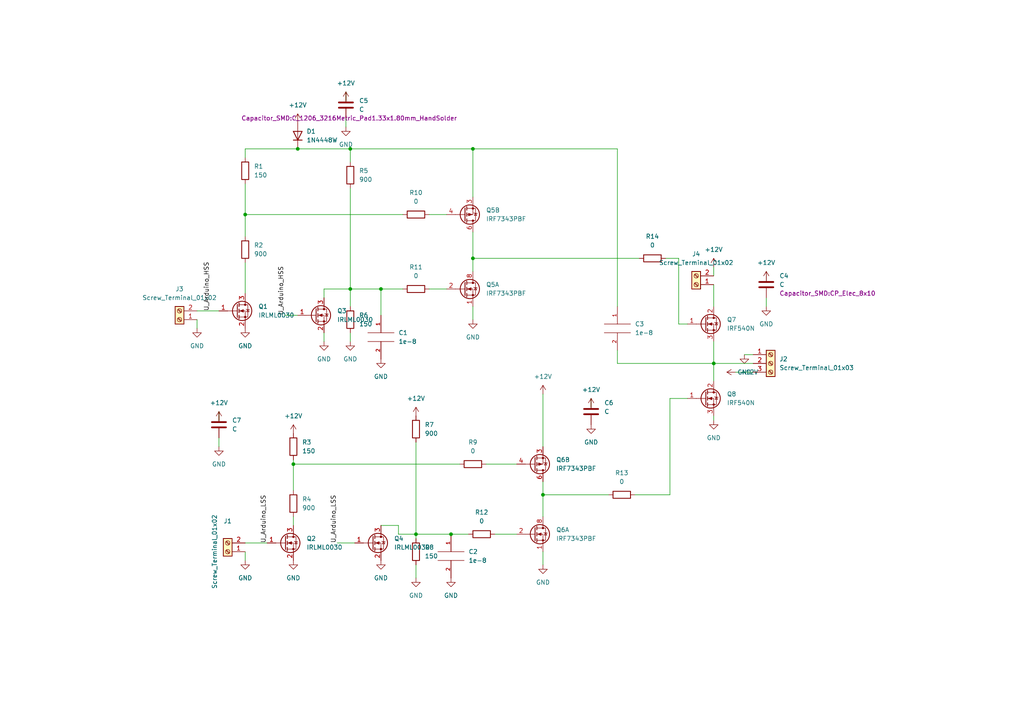
<source format=kicad_sch>
(kicad_sch (version 20211123) (generator eeschema)

  (uuid 9538e4ed-27e6-4c37-b989-9859dc0d49e8)

  (paper "A4")

  (lib_symbols
    (symbol "Connector:Screw_Terminal_01x02" (pin_names (offset 1.016) hide) (in_bom yes) (on_board yes)
      (property "Reference" "J" (id 0) (at 0 2.54 0)
        (effects (font (size 1.27 1.27)))
      )
      (property "Value" "Screw_Terminal_01x02" (id 1) (at 0 -5.08 0)
        (effects (font (size 1.27 1.27)))
      )
      (property "Footprint" "" (id 2) (at 0 0 0)
        (effects (font (size 1.27 1.27)) hide)
      )
      (property "Datasheet" "~" (id 3) (at 0 0 0)
        (effects (font (size 1.27 1.27)) hide)
      )
      (property "ki_keywords" "screw terminal" (id 4) (at 0 0 0)
        (effects (font (size 1.27 1.27)) hide)
      )
      (property "ki_description" "Generic screw terminal, single row, 01x02, script generated (kicad-library-utils/schlib/autogen/connector/)" (id 5) (at 0 0 0)
        (effects (font (size 1.27 1.27)) hide)
      )
      (property "ki_fp_filters" "TerminalBlock*:*" (id 6) (at 0 0 0)
        (effects (font (size 1.27 1.27)) hide)
      )
      (symbol "Screw_Terminal_01x02_1_1"
        (rectangle (start -1.27 1.27) (end 1.27 -3.81)
          (stroke (width 0.254) (type default) (color 0 0 0 0))
          (fill (type background))
        )
        (circle (center 0 -2.54) (radius 0.635)
          (stroke (width 0.1524) (type default) (color 0 0 0 0))
          (fill (type none))
        )
        (polyline
          (pts
            (xy -0.5334 -2.2098)
            (xy 0.3302 -3.048)
          )
          (stroke (width 0.1524) (type default) (color 0 0 0 0))
          (fill (type none))
        )
        (polyline
          (pts
            (xy -0.5334 0.3302)
            (xy 0.3302 -0.508)
          )
          (stroke (width 0.1524) (type default) (color 0 0 0 0))
          (fill (type none))
        )
        (polyline
          (pts
            (xy -0.3556 -2.032)
            (xy 0.508 -2.8702)
          )
          (stroke (width 0.1524) (type default) (color 0 0 0 0))
          (fill (type none))
        )
        (polyline
          (pts
            (xy -0.3556 0.508)
            (xy 0.508 -0.3302)
          )
          (stroke (width 0.1524) (type default) (color 0 0 0 0))
          (fill (type none))
        )
        (circle (center 0 0) (radius 0.635)
          (stroke (width 0.1524) (type default) (color 0 0 0 0))
          (fill (type none))
        )
        (pin passive line (at -5.08 0 0) (length 3.81)
          (name "Pin_1" (effects (font (size 1.27 1.27))))
          (number "1" (effects (font (size 1.27 1.27))))
        )
        (pin passive line (at -5.08 -2.54 0) (length 3.81)
          (name "Pin_2" (effects (font (size 1.27 1.27))))
          (number "2" (effects (font (size 1.27 1.27))))
        )
      )
    )
    (symbol "Connector:Screw_Terminal_01x03" (pin_names (offset 1.016) hide) (in_bom yes) (on_board yes)
      (property "Reference" "J" (id 0) (at 0 5.08 0)
        (effects (font (size 1.27 1.27)))
      )
      (property "Value" "Screw_Terminal_01x03" (id 1) (at 0 -5.08 0)
        (effects (font (size 1.27 1.27)))
      )
      (property "Footprint" "" (id 2) (at 0 0 0)
        (effects (font (size 1.27 1.27)) hide)
      )
      (property "Datasheet" "~" (id 3) (at 0 0 0)
        (effects (font (size 1.27 1.27)) hide)
      )
      (property "ki_keywords" "screw terminal" (id 4) (at 0 0 0)
        (effects (font (size 1.27 1.27)) hide)
      )
      (property "ki_description" "Generic screw terminal, single row, 01x03, script generated (kicad-library-utils/schlib/autogen/connector/)" (id 5) (at 0 0 0)
        (effects (font (size 1.27 1.27)) hide)
      )
      (property "ki_fp_filters" "TerminalBlock*:*" (id 6) (at 0 0 0)
        (effects (font (size 1.27 1.27)) hide)
      )
      (symbol "Screw_Terminal_01x03_1_1"
        (rectangle (start -1.27 3.81) (end 1.27 -3.81)
          (stroke (width 0.254) (type default) (color 0 0 0 0))
          (fill (type background))
        )
        (circle (center 0 -2.54) (radius 0.635)
          (stroke (width 0.1524) (type default) (color 0 0 0 0))
          (fill (type none))
        )
        (polyline
          (pts
            (xy -0.5334 -2.2098)
            (xy 0.3302 -3.048)
          )
          (stroke (width 0.1524) (type default) (color 0 0 0 0))
          (fill (type none))
        )
        (polyline
          (pts
            (xy -0.5334 0.3302)
            (xy 0.3302 -0.508)
          )
          (stroke (width 0.1524) (type default) (color 0 0 0 0))
          (fill (type none))
        )
        (polyline
          (pts
            (xy -0.5334 2.8702)
            (xy 0.3302 2.032)
          )
          (stroke (width 0.1524) (type default) (color 0 0 0 0))
          (fill (type none))
        )
        (polyline
          (pts
            (xy -0.3556 -2.032)
            (xy 0.508 -2.8702)
          )
          (stroke (width 0.1524) (type default) (color 0 0 0 0))
          (fill (type none))
        )
        (polyline
          (pts
            (xy -0.3556 0.508)
            (xy 0.508 -0.3302)
          )
          (stroke (width 0.1524) (type default) (color 0 0 0 0))
          (fill (type none))
        )
        (polyline
          (pts
            (xy -0.3556 3.048)
            (xy 0.508 2.2098)
          )
          (stroke (width 0.1524) (type default) (color 0 0 0 0))
          (fill (type none))
        )
        (circle (center 0 0) (radius 0.635)
          (stroke (width 0.1524) (type default) (color 0 0 0 0))
          (fill (type none))
        )
        (circle (center 0 2.54) (radius 0.635)
          (stroke (width 0.1524) (type default) (color 0 0 0 0))
          (fill (type none))
        )
        (pin passive line (at -5.08 2.54 0) (length 3.81)
          (name "Pin_1" (effects (font (size 1.27 1.27))))
          (number "1" (effects (font (size 1.27 1.27))))
        )
        (pin passive line (at -5.08 0 0) (length 3.81)
          (name "Pin_2" (effects (font (size 1.27 1.27))))
          (number "2" (effects (font (size 1.27 1.27))))
        )
        (pin passive line (at -5.08 -2.54 0) (length 3.81)
          (name "Pin_3" (effects (font (size 1.27 1.27))))
          (number "3" (effects (font (size 1.27 1.27))))
        )
      )
    )
    (symbol "Device:C" (pin_numbers hide) (pin_names (offset 0.254)) (in_bom yes) (on_board yes)
      (property "Reference" "C" (id 0) (at 0.635 2.54 0)
        (effects (font (size 1.27 1.27)) (justify left))
      )
      (property "Value" "C" (id 1) (at 0.635 -2.54 0)
        (effects (font (size 1.27 1.27)) (justify left))
      )
      (property "Footprint" "" (id 2) (at 0.9652 -3.81 0)
        (effects (font (size 1.27 1.27)) hide)
      )
      (property "Datasheet" "~" (id 3) (at 0 0 0)
        (effects (font (size 1.27 1.27)) hide)
      )
      (property "ki_keywords" "cap capacitor" (id 4) (at 0 0 0)
        (effects (font (size 1.27 1.27)) hide)
      )
      (property "ki_description" "Unpolarized capacitor" (id 5) (at 0 0 0)
        (effects (font (size 1.27 1.27)) hide)
      )
      (property "ki_fp_filters" "C_*" (id 6) (at 0 0 0)
        (effects (font (size 1.27 1.27)) hide)
      )
      (symbol "C_0_1"
        (polyline
          (pts
            (xy -2.032 -0.762)
            (xy 2.032 -0.762)
          )
          (stroke (width 0.508) (type default) (color 0 0 0 0))
          (fill (type none))
        )
        (polyline
          (pts
            (xy -2.032 0.762)
            (xy 2.032 0.762)
          )
          (stroke (width 0.508) (type default) (color 0 0 0 0))
          (fill (type none))
        )
      )
      (symbol "C_1_1"
        (pin passive line (at 0 3.81 270) (length 2.794)
          (name "~" (effects (font (size 1.27 1.27))))
          (number "1" (effects (font (size 1.27 1.27))))
        )
        (pin passive line (at 0 -3.81 90) (length 2.794)
          (name "~" (effects (font (size 1.27 1.27))))
          (number "2" (effects (font (size 1.27 1.27))))
        )
      )
    )
    (symbol "Device:R" (pin_numbers hide) (pin_names (offset 0)) (in_bom yes) (on_board yes)
      (property "Reference" "R" (id 0) (at 2.032 0 90)
        (effects (font (size 1.27 1.27)))
      )
      (property "Value" "R" (id 1) (at 0 0 90)
        (effects (font (size 1.27 1.27)))
      )
      (property "Footprint" "" (id 2) (at -1.778 0 90)
        (effects (font (size 1.27 1.27)) hide)
      )
      (property "Datasheet" "~" (id 3) (at 0 0 0)
        (effects (font (size 1.27 1.27)) hide)
      )
      (property "ki_keywords" "R res resistor" (id 4) (at 0 0 0)
        (effects (font (size 1.27 1.27)) hide)
      )
      (property "ki_description" "Resistor" (id 5) (at 0 0 0)
        (effects (font (size 1.27 1.27)) hide)
      )
      (property "ki_fp_filters" "R_*" (id 6) (at 0 0 0)
        (effects (font (size 1.27 1.27)) hide)
      )
      (symbol "R_0_1"
        (rectangle (start -1.016 -2.54) (end 1.016 2.54)
          (stroke (width 0.254) (type default) (color 0 0 0 0))
          (fill (type none))
        )
      )
      (symbol "R_1_1"
        (pin passive line (at 0 3.81 270) (length 1.27)
          (name "~" (effects (font (size 1.27 1.27))))
          (number "1" (effects (font (size 1.27 1.27))))
        )
        (pin passive line (at 0 -3.81 90) (length 1.27)
          (name "~" (effects (font (size 1.27 1.27))))
          (number "2" (effects (font (size 1.27 1.27))))
        )
      )
    )
    (symbol "Diode:1N4448W" (pin_numbers hide) (pin_names (offset 1.016) hide) (in_bom yes) (on_board yes)
      (property "Reference" "D" (id 0) (at 0 2.54 0)
        (effects (font (size 1.27 1.27)))
      )
      (property "Value" "1N4448W" (id 1) (at 0 -2.54 0)
        (effects (font (size 1.27 1.27)))
      )
      (property "Footprint" "Diode_SMD:D_SOD-123" (id 2) (at 0 -4.445 0)
        (effects (font (size 1.27 1.27)) hide)
      )
      (property "Datasheet" "https://www.vishay.com/docs/85722/1n4448w.pdf" (id 3) (at 0 0 0)
        (effects (font (size 1.27 1.27)) hide)
      )
      (property "ki_keywords" "diode" (id 4) (at 0 0 0)
        (effects (font (size 1.27 1.27)) hide)
      )
      (property "ki_description" "100V 0.15A High-speed standard diode, SOD-123" (id 5) (at 0 0 0)
        (effects (font (size 1.27 1.27)) hide)
      )
      (property "ki_fp_filters" "D*SOD?123*" (id 6) (at 0 0 0)
        (effects (font (size 1.27 1.27)) hide)
      )
      (symbol "1N4448W_0_1"
        (polyline
          (pts
            (xy -1.27 1.27)
            (xy -1.27 -1.27)
          )
          (stroke (width 0.254) (type default) (color 0 0 0 0))
          (fill (type none))
        )
        (polyline
          (pts
            (xy 1.27 0)
            (xy -1.27 0)
          )
          (stroke (width 0) (type default) (color 0 0 0 0))
          (fill (type none))
        )
        (polyline
          (pts
            (xy 1.27 1.27)
            (xy 1.27 -1.27)
            (xy -1.27 0)
            (xy 1.27 1.27)
          )
          (stroke (width 0.254) (type default) (color 0 0 0 0))
          (fill (type none))
        )
      )
      (symbol "1N4448W_1_1"
        (pin passive line (at -3.81 0 0) (length 2.54)
          (name "K" (effects (font (size 1.27 1.27))))
          (number "1" (effects (font (size 1.27 1.27))))
        )
        (pin passive line (at 3.81 0 180) (length 2.54)
          (name "A" (effects (font (size 1.27 1.27))))
          (number "2" (effects (font (size 1.27 1.27))))
        )
      )
    )
    (symbol "Transistor_FET:IRF540N" (pin_names hide) (in_bom yes) (on_board yes)
      (property "Reference" "Q" (id 0) (at 6.35 1.905 0)
        (effects (font (size 1.27 1.27)) (justify left))
      )
      (property "Value" "IRF540N" (id 1) (at 6.35 0 0)
        (effects (font (size 1.27 1.27)) (justify left))
      )
      (property "Footprint" "Package_TO_SOT_THT:TO-220-3_Vertical" (id 2) (at 6.35 -1.905 0)
        (effects (font (size 1.27 1.27) italic) (justify left) hide)
      )
      (property "Datasheet" "http://www.irf.com/product-info/datasheets/data/irf540n.pdf" (id 3) (at 0 0 0)
        (effects (font (size 1.27 1.27)) (justify left) hide)
      )
      (property "ki_keywords" "HEXFET N-Channel MOSFET" (id 4) (at 0 0 0)
        (effects (font (size 1.27 1.27)) hide)
      )
      (property "ki_description" "33A Id, 100V Vds, HEXFET N-Channel MOSFET, TO-220" (id 5) (at 0 0 0)
        (effects (font (size 1.27 1.27)) hide)
      )
      (property "ki_fp_filters" "TO?220*" (id 6) (at 0 0 0)
        (effects (font (size 1.27 1.27)) hide)
      )
      (symbol "IRF540N_0_1"
        (polyline
          (pts
            (xy 0.254 0)
            (xy -2.54 0)
          )
          (stroke (width 0) (type default) (color 0 0 0 0))
          (fill (type none))
        )
        (polyline
          (pts
            (xy 0.254 1.905)
            (xy 0.254 -1.905)
          )
          (stroke (width 0.254) (type default) (color 0 0 0 0))
          (fill (type none))
        )
        (polyline
          (pts
            (xy 0.762 -1.27)
            (xy 0.762 -2.286)
          )
          (stroke (width 0.254) (type default) (color 0 0 0 0))
          (fill (type none))
        )
        (polyline
          (pts
            (xy 0.762 0.508)
            (xy 0.762 -0.508)
          )
          (stroke (width 0.254) (type default) (color 0 0 0 0))
          (fill (type none))
        )
        (polyline
          (pts
            (xy 0.762 2.286)
            (xy 0.762 1.27)
          )
          (stroke (width 0.254) (type default) (color 0 0 0 0))
          (fill (type none))
        )
        (polyline
          (pts
            (xy 2.54 2.54)
            (xy 2.54 1.778)
          )
          (stroke (width 0) (type default) (color 0 0 0 0))
          (fill (type none))
        )
        (polyline
          (pts
            (xy 2.54 -2.54)
            (xy 2.54 0)
            (xy 0.762 0)
          )
          (stroke (width 0) (type default) (color 0 0 0 0))
          (fill (type none))
        )
        (polyline
          (pts
            (xy 0.762 -1.778)
            (xy 3.302 -1.778)
            (xy 3.302 1.778)
            (xy 0.762 1.778)
          )
          (stroke (width 0) (type default) (color 0 0 0 0))
          (fill (type none))
        )
        (polyline
          (pts
            (xy 1.016 0)
            (xy 2.032 0.381)
            (xy 2.032 -0.381)
            (xy 1.016 0)
          )
          (stroke (width 0) (type default) (color 0 0 0 0))
          (fill (type outline))
        )
        (polyline
          (pts
            (xy 2.794 0.508)
            (xy 2.921 0.381)
            (xy 3.683 0.381)
            (xy 3.81 0.254)
          )
          (stroke (width 0) (type default) (color 0 0 0 0))
          (fill (type none))
        )
        (polyline
          (pts
            (xy 3.302 0.381)
            (xy 2.921 -0.254)
            (xy 3.683 -0.254)
            (xy 3.302 0.381)
          )
          (stroke (width 0) (type default) (color 0 0 0 0))
          (fill (type none))
        )
        (circle (center 1.651 0) (radius 2.794)
          (stroke (width 0.254) (type default) (color 0 0 0 0))
          (fill (type none))
        )
        (circle (center 2.54 -1.778) (radius 0.254)
          (stroke (width 0) (type default) (color 0 0 0 0))
          (fill (type outline))
        )
        (circle (center 2.54 1.778) (radius 0.254)
          (stroke (width 0) (type default) (color 0 0 0 0))
          (fill (type outline))
        )
      )
      (symbol "IRF540N_1_1"
        (pin input line (at -5.08 0 0) (length 2.54)
          (name "G" (effects (font (size 1.27 1.27))))
          (number "1" (effects (font (size 1.27 1.27))))
        )
        (pin passive line (at 2.54 5.08 270) (length 2.54)
          (name "D" (effects (font (size 1.27 1.27))))
          (number "2" (effects (font (size 1.27 1.27))))
        )
        (pin passive line (at 2.54 -5.08 90) (length 2.54)
          (name "S" (effects (font (size 1.27 1.27))))
          (number "3" (effects (font (size 1.27 1.27))))
        )
      )
    )
    (symbol "Transistor_FET:IRF7343PBF" (pin_names hide) (in_bom yes) (on_board yes)
      (property "Reference" "Q" (id 0) (at 5.08 1.905 0)
        (effects (font (size 1.27 1.27)) (justify left))
      )
      (property "Value" "IRF7343PBF" (id 1) (at 5.08 0 0)
        (effects (font (size 1.27 1.27)) (justify left))
      )
      (property "Footprint" "Package_SO:SOIC-8_3.9x4.9mm_P1.27mm" (id 2) (at 5.08 -1.905 0)
        (effects (font (size 1.27 1.27)) (justify left) hide)
      )
      (property "Datasheet" "http://www.irf.com/product-info/datasheets/data/irf7343ipbf.pdf" (id 3) (at 2.54 0 0)
        (effects (font (size 1.27 1.27)) (justify left) hide)
      )
      (property "ki_keywords" "Dual HEXFET N-Channel P-Channel MOSFET" (id 4) (at 0 0 0)
        (effects (font (size 1.27 1.27)) hide)
      )
      (property "ki_description" "4A Id, 55V Vds, Dual HEXFET MOSFET, SO-8" (id 5) (at 0 0 0)
        (effects (font (size 1.27 1.27)) hide)
      )
      (property "ki_fp_filters" "SOIC*3.9x4.9mm*P1.27mm*" (id 6) (at 0 0 0)
        (effects (font (size 1.27 1.27)) hide)
      )
      (symbol "IRF7343PBF_0_1"
        (polyline
          (pts
            (xy 0.254 0)
            (xy -2.54 0)
          )
          (stroke (width 0) (type default) (color 0 0 0 0))
          (fill (type none))
        )
        (polyline
          (pts
            (xy 0.254 1.905)
            (xy 0.254 -1.905)
          )
          (stroke (width 0.254) (type default) (color 0 0 0 0))
          (fill (type none))
        )
        (polyline
          (pts
            (xy 0.762 -1.27)
            (xy 0.762 -2.286)
          )
          (stroke (width 0.254) (type default) (color 0 0 0 0))
          (fill (type none))
        )
        (polyline
          (pts
            (xy 0.762 0.508)
            (xy 0.762 -0.508)
          )
          (stroke (width 0.254) (type default) (color 0 0 0 0))
          (fill (type none))
        )
        (polyline
          (pts
            (xy 0.762 2.286)
            (xy 0.762 1.27)
          )
          (stroke (width 0.254) (type default) (color 0 0 0 0))
          (fill (type none))
        )
        (polyline
          (pts
            (xy 2.54 2.54)
            (xy 2.54 1.778)
          )
          (stroke (width 0) (type default) (color 0 0 0 0))
          (fill (type none))
        )
        (polyline
          (pts
            (xy 2.54 -2.54)
            (xy 2.54 0)
            (xy 0.762 0)
          )
          (stroke (width 0) (type default) (color 0 0 0 0))
          (fill (type none))
        )
        (polyline
          (pts
            (xy 0.762 -1.778)
            (xy 3.302 -1.778)
            (xy 3.302 1.778)
            (xy 0.762 1.778)
          )
          (stroke (width 0) (type default) (color 0 0 0 0))
          (fill (type none))
        )
        (circle (center 1.651 0) (radius 2.794)
          (stroke (width 0.254) (type default) (color 0 0 0 0))
          (fill (type none))
        )
        (circle (center 2.54 -1.778) (radius 0.254)
          (stroke (width 0) (type default) (color 0 0 0 0))
          (fill (type outline))
        )
        (circle (center 2.54 1.778) (radius 0.254)
          (stroke (width 0) (type default) (color 0 0 0 0))
          (fill (type outline))
        )
      )
      (symbol "IRF7343PBF_1_1"
        (polyline
          (pts
            (xy 1.016 0)
            (xy 2.032 0.381)
            (xy 2.032 -0.381)
            (xy 1.016 0)
          )
          (stroke (width 0) (type default) (color 0 0 0 0))
          (fill (type outline))
        )
        (polyline
          (pts
            (xy 2.794 0.508)
            (xy 2.921 0.381)
            (xy 3.683 0.381)
            (xy 3.81 0.254)
          )
          (stroke (width 0) (type default) (color 0 0 0 0))
          (fill (type none))
        )
        (polyline
          (pts
            (xy 3.302 0.381)
            (xy 2.921 -0.254)
            (xy 3.683 -0.254)
            (xy 3.302 0.381)
          )
          (stroke (width 0) (type default) (color 0 0 0 0))
          (fill (type none))
        )
        (pin passive line (at 2.54 -5.08 90) (length 2.54)
          (name "S" (effects (font (size 1.27 1.27))))
          (number "1" (effects (font (size 1.27 1.27))))
        )
        (pin input line (at -5.08 0 0) (length 2.54)
          (name "G" (effects (font (size 1.27 1.27))))
          (number "2" (effects (font (size 1.27 1.27))))
        )
        (pin passive line (at 2.54 5.08 270) (length 2.54) hide
          (name "D" (effects (font (size 1.27 1.27))))
          (number "7" (effects (font (size 1.27 1.27))))
        )
        (pin passive line (at 2.54 5.08 270) (length 2.54)
          (name "D" (effects (font (size 1.27 1.27))))
          (number "8" (effects (font (size 1.27 1.27))))
        )
      )
      (symbol "IRF7343PBF_2_1"
        (polyline
          (pts
            (xy 2.286 0)
            (xy 1.27 0.381)
            (xy 1.27 -0.381)
            (xy 2.286 0)
          )
          (stroke (width 0) (type default) (color 0 0 0 0))
          (fill (type outline))
        )
        (polyline
          (pts
            (xy 2.794 -0.508)
            (xy 2.921 -0.381)
            (xy 3.683 -0.381)
            (xy 3.81 -0.254)
          )
          (stroke (width 0) (type default) (color 0 0 0 0))
          (fill (type none))
        )
        (polyline
          (pts
            (xy 3.302 -0.381)
            (xy 2.921 0.254)
            (xy 3.683 0.254)
            (xy 3.302 -0.381)
          )
          (stroke (width 0) (type default) (color 0 0 0 0))
          (fill (type none))
        )
        (pin passive line (at 2.54 -5.08 90) (length 2.54)
          (name "1" (effects (font (size 1.27 1.27))))
          (number "3" (effects (font (size 1.27 1.27))))
        )
        (pin input line (at -5.08 0 0) (length 2.54)
          (name "G" (effects (font (size 1.27 1.27))))
          (number "4" (effects (font (size 1.27 1.27))))
        )
        (pin passive line (at 2.54 5.08 270) (length 2.54) hide
          (name "D" (effects (font (size 1.27 1.27))))
          (number "5" (effects (font (size 1.27 1.27))))
        )
        (pin passive line (at 2.54 5.08 270) (length 2.54)
          (name "D" (effects (font (size 1.27 1.27))))
          (number "6" (effects (font (size 1.27 1.27))))
        )
      )
    )
    (symbol "Transistor_FET:IRLML0030" (pin_names hide) (in_bom yes) (on_board yes)
      (property "Reference" "Q" (id 0) (at 5.08 1.905 0)
        (effects (font (size 1.27 1.27)) (justify left))
      )
      (property "Value" "IRLML0030" (id 1) (at 5.08 0 0)
        (effects (font (size 1.27 1.27)) (justify left))
      )
      (property "Footprint" "Package_TO_SOT_SMD:SOT-23" (id 2) (at 5.08 -1.905 0)
        (effects (font (size 1.27 1.27) italic) (justify left) hide)
      )
      (property "Datasheet" "https://www.infineon.com/dgdl/irlml0030pbf.pdf?fileId=5546d462533600a401535664773825df" (id 3) (at 0 0 0)
        (effects (font (size 1.27 1.27)) (justify left) hide)
      )
      (property "ki_keywords" "N-Channel HEXFET MOSFET Logic-Level" (id 4) (at 0 0 0)
        (effects (font (size 1.27 1.27)) hide)
      )
      (property "ki_description" "5.3A Id, 30V Vds, 27mOhm Rds, N-Channel HEXFET Power MOSFET, SOT-23" (id 5) (at 0 0 0)
        (effects (font (size 1.27 1.27)) hide)
      )
      (property "ki_fp_filters" "SOT?23*" (id 6) (at 0 0 0)
        (effects (font (size 1.27 1.27)) hide)
      )
      (symbol "IRLML0030_0_1"
        (polyline
          (pts
            (xy 0.254 0)
            (xy -2.54 0)
          )
          (stroke (width 0) (type default) (color 0 0 0 0))
          (fill (type none))
        )
        (polyline
          (pts
            (xy 0.254 1.905)
            (xy 0.254 -1.905)
          )
          (stroke (width 0.254) (type default) (color 0 0 0 0))
          (fill (type none))
        )
        (polyline
          (pts
            (xy 0.762 -1.27)
            (xy 0.762 -2.286)
          )
          (stroke (width 0.254) (type default) (color 0 0 0 0))
          (fill (type none))
        )
        (polyline
          (pts
            (xy 0.762 0.508)
            (xy 0.762 -0.508)
          )
          (stroke (width 0.254) (type default) (color 0 0 0 0))
          (fill (type none))
        )
        (polyline
          (pts
            (xy 0.762 2.286)
            (xy 0.762 1.27)
          )
          (stroke (width 0.254) (type default) (color 0 0 0 0))
          (fill (type none))
        )
        (polyline
          (pts
            (xy 2.54 2.54)
            (xy 2.54 1.778)
          )
          (stroke (width 0) (type default) (color 0 0 0 0))
          (fill (type none))
        )
        (polyline
          (pts
            (xy 2.54 -2.54)
            (xy 2.54 0)
            (xy 0.762 0)
          )
          (stroke (width 0) (type default) (color 0 0 0 0))
          (fill (type none))
        )
        (polyline
          (pts
            (xy 0.762 -1.778)
            (xy 3.302 -1.778)
            (xy 3.302 1.778)
            (xy 0.762 1.778)
          )
          (stroke (width 0) (type default) (color 0 0 0 0))
          (fill (type none))
        )
        (polyline
          (pts
            (xy 1.016 0)
            (xy 2.032 0.381)
            (xy 2.032 -0.381)
            (xy 1.016 0)
          )
          (stroke (width 0) (type default) (color 0 0 0 0))
          (fill (type outline))
        )
        (polyline
          (pts
            (xy 2.794 0.508)
            (xy 2.921 0.381)
            (xy 3.683 0.381)
            (xy 3.81 0.254)
          )
          (stroke (width 0) (type default) (color 0 0 0 0))
          (fill (type none))
        )
        (polyline
          (pts
            (xy 3.302 0.381)
            (xy 2.921 -0.254)
            (xy 3.683 -0.254)
            (xy 3.302 0.381)
          )
          (stroke (width 0) (type default) (color 0 0 0 0))
          (fill (type none))
        )
        (circle (center 1.651 0) (radius 2.794)
          (stroke (width 0.254) (type default) (color 0 0 0 0))
          (fill (type none))
        )
        (circle (center 2.54 -1.778) (radius 0.254)
          (stroke (width 0) (type default) (color 0 0 0 0))
          (fill (type outline))
        )
        (circle (center 2.54 1.778) (radius 0.254)
          (stroke (width 0) (type default) (color 0 0 0 0))
          (fill (type outline))
        )
      )
      (symbol "IRLML0030_1_1"
        (pin input line (at -5.08 0 0) (length 2.54)
          (name "G" (effects (font (size 1.27 1.27))))
          (number "1" (effects (font (size 1.27 1.27))))
        )
        (pin passive line (at 2.54 -5.08 90) (length 2.54)
          (name "S" (effects (font (size 1.27 1.27))))
          (number "2" (effects (font (size 1.27 1.27))))
        )
        (pin passive line (at 2.54 5.08 270) (length 2.54)
          (name "D" (effects (font (size 1.27 1.27))))
          (number "3" (effects (font (size 1.27 1.27))))
        )
      )
    )
    (symbol "power:+12V" (power) (pin_names (offset 0)) (in_bom yes) (on_board yes)
      (property "Reference" "#PWR" (id 0) (at 0 -3.81 0)
        (effects (font (size 1.27 1.27)) hide)
      )
      (property "Value" "+12V" (id 1) (at 0 3.556 0)
        (effects (font (size 1.27 1.27)))
      )
      (property "Footprint" "" (id 2) (at 0 0 0)
        (effects (font (size 1.27 1.27)) hide)
      )
      (property "Datasheet" "" (id 3) (at 0 0 0)
        (effects (font (size 1.27 1.27)) hide)
      )
      (property "ki_keywords" "power-flag" (id 4) (at 0 0 0)
        (effects (font (size 1.27 1.27)) hide)
      )
      (property "ki_description" "Power symbol creates a global label with name \"+12V\"" (id 5) (at 0 0 0)
        (effects (font (size 1.27 1.27)) hide)
      )
      (symbol "+12V_0_1"
        (polyline
          (pts
            (xy -0.762 1.27)
            (xy 0 2.54)
          )
          (stroke (width 0) (type default) (color 0 0 0 0))
          (fill (type none))
        )
        (polyline
          (pts
            (xy 0 0)
            (xy 0 2.54)
          )
          (stroke (width 0) (type default) (color 0 0 0 0))
          (fill (type none))
        )
        (polyline
          (pts
            (xy 0 2.54)
            (xy 0.762 1.27)
          )
          (stroke (width 0) (type default) (color 0 0 0 0))
          (fill (type none))
        )
      )
      (symbol "+12V_1_1"
        (pin power_in line (at 0 0 90) (length 0) hide
          (name "+12V" (effects (font (size 1.27 1.27))))
          (number "1" (effects (font (size 1.27 1.27))))
        )
      )
    )
    (symbol "power:GND" (power) (pin_names (offset 0)) (in_bom yes) (on_board yes)
      (property "Reference" "#PWR" (id 0) (at 0 -6.35 0)
        (effects (font (size 1.27 1.27)) hide)
      )
      (property "Value" "GND" (id 1) (at 0 -3.81 0)
        (effects (font (size 1.27 1.27)))
      )
      (property "Footprint" "" (id 2) (at 0 0 0)
        (effects (font (size 1.27 1.27)) hide)
      )
      (property "Datasheet" "" (id 3) (at 0 0 0)
        (effects (font (size 1.27 1.27)) hide)
      )
      (property "ki_keywords" "power-flag" (id 4) (at 0 0 0)
        (effects (font (size 1.27 1.27)) hide)
      )
      (property "ki_description" "Power symbol creates a global label with name \"GND\" , ground" (id 5) (at 0 0 0)
        (effects (font (size 1.27 1.27)) hide)
      )
      (symbol "GND_0_1"
        (polyline
          (pts
            (xy 0 0)
            (xy 0 -1.27)
            (xy 1.27 -1.27)
            (xy 0 -2.54)
            (xy -1.27 -1.27)
            (xy 0 -1.27)
          )
          (stroke (width 0) (type default) (color 0 0 0 0))
          (fill (type none))
        )
      )
      (symbol "GND_1_1"
        (pin power_in line (at 0 0 270) (length 0) hide
          (name "GND" (effects (font (size 1.27 1.27))))
          (number "1" (effects (font (size 1.27 1.27))))
        )
      )
    )
    (symbol "pspice:CAP" (pin_names (offset 0.254)) (in_bom yes) (on_board yes)
      (property "Reference" "C" (id 0) (at 2.54 3.81 90)
        (effects (font (size 1.27 1.27)))
      )
      (property "Value" "CAP" (id 1) (at 2.54 -3.81 90)
        (effects (font (size 1.27 1.27)))
      )
      (property "Footprint" "" (id 2) (at 0 0 0)
        (effects (font (size 1.27 1.27)) hide)
      )
      (property "Datasheet" "~" (id 3) (at 0 0 0)
        (effects (font (size 1.27 1.27)) hide)
      )
      (property "ki_keywords" "simulation" (id 4) (at 0 0 0)
        (effects (font (size 1.27 1.27)) hide)
      )
      (property "ki_description" "Capacitor symbol for simulation only" (id 5) (at 0 0 0)
        (effects (font (size 1.27 1.27)) hide)
      )
      (symbol "CAP_0_1"
        (polyline
          (pts
            (xy -3.81 -1.27)
            (xy 3.81 -1.27)
          )
          (stroke (width 0) (type default) (color 0 0 0 0))
          (fill (type none))
        )
        (polyline
          (pts
            (xy -3.81 1.27)
            (xy 3.81 1.27)
          )
          (stroke (width 0) (type default) (color 0 0 0 0))
          (fill (type none))
        )
      )
      (symbol "CAP_1_1"
        (pin passive line (at 0 6.35 270) (length 5.08)
          (name "~" (effects (font (size 1.016 1.016))))
          (number "1" (effects (font (size 1.016 1.016))))
        )
        (pin passive line (at 0 -6.35 90) (length 5.08)
          (name "~" (effects (font (size 1.016 1.016))))
          (number "2" (effects (font (size 1.016 1.016))))
        )
      )
    )
  )

  (junction (at 110.49 83.82) (diameter 0) (color 0 0 0 0)
    (uuid 16b07ce3-6c0a-44cb-b294-01edd5237022)
  )
  (junction (at 85.09 134.62) (diameter 0) (color 0 0 0 0)
    (uuid 1df18b74-c032-49e0-92bd-a7128820bf9f)
  )
  (junction (at 157.48 143.51) (diameter 0) (color 0 0 0 0)
    (uuid 25b82efd-5158-4ff5-9320-d1a189598ece)
  )
  (junction (at 130.81 154.94) (diameter 0) (color 0 0 0 0)
    (uuid 3c3c4ca4-6a48-4045-886a-94a3d3fce15b)
  )
  (junction (at 101.6 83.82) (diameter 0) (color 0 0 0 0)
    (uuid 508f5a5a-4b49-4233-929c-8e6ec1c8fb3b)
  )
  (junction (at 137.16 43.18) (diameter 0) (color 0 0 0 0)
    (uuid 616dd3b1-13fe-416a-bbf6-55c9f094d749)
  )
  (junction (at 71.12 62.23) (diameter 0) (color 0 0 0 0)
    (uuid 6701963c-a0a1-4beb-b7bc-9187207b05d1)
  )
  (junction (at 86.36 43.18) (diameter 0) (color 0 0 0 0)
    (uuid 7759fac2-3464-4ee8-a111-a2331fb347f5)
  )
  (junction (at 101.6 43.18) (diameter 0) (color 0 0 0 0)
    (uuid 9f2979e2-ca03-4937-b5f0-dba5d6e4ff18)
  )
  (junction (at 137.16 74.93) (diameter 0) (color 0 0 0 0)
    (uuid 9f6a01c5-4654-45fa-b1c1-a17d3137d019)
  )
  (junction (at 207.01 105.41) (diameter 0) (color 0 0 0 0)
    (uuid b64b9c63-ae51-42f0-ac58-38094e4e141c)
  )
  (junction (at 120.65 154.94) (diameter 0) (color 0 0 0 0)
    (uuid f7bae91f-2c53-48dc-9225-cb2ca9db6343)
  )

  (wire (pts (xy 85.09 134.62) (xy 133.35 134.62))
    (stroke (width 0) (type default) (color 0 0 0 0))
    (uuid 0046ef3b-a9a6-4bbe-923b-2b954f44fe64)
  )
  (wire (pts (xy 100.33 34.29) (xy 100.33 36.83))
    (stroke (width 0) (type default) (color 0 0 0 0))
    (uuid 0244b3df-719f-429d-8afd-93c98e4375dd)
  )
  (wire (pts (xy 130.81 154.94) (xy 135.89 154.94))
    (stroke (width 0) (type default) (color 0 0 0 0))
    (uuid 0304b6fd-38e0-487d-818d-c0a45d304640)
  )
  (wire (pts (xy 157.48 139.7) (xy 157.48 143.51))
    (stroke (width 0) (type default) (color 0 0 0 0))
    (uuid 034fdef7-2f30-48f2-b45c-3a2ce45b404c)
  )
  (wire (pts (xy 120.65 156.21) (xy 120.65 154.94))
    (stroke (width 0) (type default) (color 0 0 0 0))
    (uuid 05234521-0cf0-4bcb-a5b5-eb267ae3c663)
  )
  (wire (pts (xy 143.51 154.94) (xy 149.86 154.94))
    (stroke (width 0) (type default) (color 0 0 0 0))
    (uuid 07956b53-649e-41bb-a782-e2ff23964207)
  )
  (wire (pts (xy 207.01 77.47) (xy 207.01 80.01))
    (stroke (width 0) (type default) (color 0 0 0 0))
    (uuid 08776c05-6390-4de9-b6d5-7875f9046577)
  )
  (wire (pts (xy 193.04 74.93) (xy 196.85 74.93))
    (stroke (width 0) (type default) (color 0 0 0 0))
    (uuid 0a81d265-fefd-46a6-945a-f90ef4338c38)
  )
  (wire (pts (xy 71.12 62.23) (xy 116.84 62.23))
    (stroke (width 0) (type default) (color 0 0 0 0))
    (uuid 1005beba-264d-49bd-bb9d-9e4a2626a9c9)
  )
  (wire (pts (xy 101.6 83.82) (xy 101.6 88.9))
    (stroke (width 0) (type default) (color 0 0 0 0))
    (uuid 127a3588-1789-4bd8-ab18-accbd2cdb4fb)
  )
  (wire (pts (xy 120.65 128.27) (xy 120.65 154.94))
    (stroke (width 0) (type default) (color 0 0 0 0))
    (uuid 1a33fdb8-0ede-4903-8daf-a60e3c7c4f70)
  )
  (wire (pts (xy 86.36 91.44) (xy 82.55 91.44))
    (stroke (width 0) (type default) (color 0 0 0 0))
    (uuid 1dbed23e-439d-40d3-9807-9e9e0a19a8f2)
  )
  (wire (pts (xy 120.65 163.83) (xy 120.65 167.64))
    (stroke (width 0) (type default) (color 0 0 0 0))
    (uuid 1e3941ec-a2c6-4db7-8d1e-f0d1a59fdda1)
  )
  (wire (pts (xy 124.46 83.82) (xy 129.54 83.82))
    (stroke (width 0) (type default) (color 0 0 0 0))
    (uuid 28b4afad-3911-43c1-a00e-8977784e5408)
  )
  (wire (pts (xy 71.12 53.34) (xy 71.12 62.23))
    (stroke (width 0) (type default) (color 0 0 0 0))
    (uuid 29f45616-74eb-421f-b302-cde3527f4daa)
  )
  (wire (pts (xy 140.97 134.62) (xy 149.86 134.62))
    (stroke (width 0) (type default) (color 0 0 0 0))
    (uuid 2bc2b6e8-1cc0-476b-a2cf-5129ea9b9c89)
  )
  (wire (pts (xy 71.12 160.02) (xy 71.12 162.56))
    (stroke (width 0) (type default) (color 0 0 0 0))
    (uuid 2c8afa15-27f0-4a9f-8de8-f5a65e2f3fd9)
  )
  (wire (pts (xy 176.53 143.51) (xy 157.48 143.51))
    (stroke (width 0) (type default) (color 0 0 0 0))
    (uuid 30bc3a12-016c-4828-b82c-1f836ad08001)
  )
  (wire (pts (xy 85.09 133.35) (xy 85.09 134.62))
    (stroke (width 0) (type default) (color 0 0 0 0))
    (uuid 36b66f18-02ad-4b28-a62e-b77776975e16)
  )
  (wire (pts (xy 196.85 93.98) (xy 196.85 74.93))
    (stroke (width 0) (type default) (color 0 0 0 0))
    (uuid 36ca3d60-1eaa-4bb4-87ee-eb22b77db770)
  )
  (wire (pts (xy 101.6 96.52) (xy 101.6 99.06))
    (stroke (width 0) (type default) (color 0 0 0 0))
    (uuid 3d5cc83a-94dd-4c67-9b3e-03f6e91b3884)
  )
  (wire (pts (xy 57.15 90.17) (xy 63.5 90.17))
    (stroke (width 0) (type default) (color 0 0 0 0))
    (uuid 44344166-f8f9-4d2b-8d38-e3537b606458)
  )
  (wire (pts (xy 207.01 105.41) (xy 207.01 110.49))
    (stroke (width 0) (type default) (color 0 0 0 0))
    (uuid 486fdbb7-972d-4ee3-b1ee-c420f58d1e47)
  )
  (wire (pts (xy 86.36 43.18) (xy 101.6 43.18))
    (stroke (width 0) (type default) (color 0 0 0 0))
    (uuid 488cbc13-6934-4723-818a-b8ebf13f91a4)
  )
  (wire (pts (xy 110.49 83.82) (xy 110.49 91.44))
    (stroke (width 0) (type default) (color 0 0 0 0))
    (uuid 4c81a495-65a6-4ba8-ba33-daf85356fc61)
  )
  (wire (pts (xy 110.49 152.4) (xy 115.57 152.4))
    (stroke (width 0) (type default) (color 0 0 0 0))
    (uuid 4e058c4b-de94-474e-89d5-10b539a5b070)
  )
  (wire (pts (xy 157.48 114.3) (xy 157.48 129.54))
    (stroke (width 0) (type default) (color 0 0 0 0))
    (uuid 5379f067-8620-46fe-b809-14bd69006e07)
  )
  (wire (pts (xy 71.12 43.18) (xy 86.36 43.18))
    (stroke (width 0) (type default) (color 0 0 0 0))
    (uuid 53c610ea-bbb0-4aa7-9f13-43d7e8f0793f)
  )
  (wire (pts (xy 115.57 152.4) (xy 115.57 154.94))
    (stroke (width 0) (type default) (color 0 0 0 0))
    (uuid 54e6d0b8-75d9-46d7-98a4-7c025c823fd7)
  )
  (wire (pts (xy 207.01 105.41) (xy 218.44 105.41))
    (stroke (width 0) (type default) (color 0 0 0 0))
    (uuid 5662e5d6-bc2a-4462-87fe-107c6d9ab49d)
  )
  (wire (pts (xy 115.57 154.94) (xy 120.65 154.94))
    (stroke (width 0) (type default) (color 0 0 0 0))
    (uuid 58f79080-a2db-443e-abd7-e29ff51f3e5e)
  )
  (wire (pts (xy 199.39 93.98) (xy 196.85 93.98))
    (stroke (width 0) (type default) (color 0 0 0 0))
    (uuid 5de02cda-4a6c-44e8-8ad8-68eaf565d1de)
  )
  (wire (pts (xy 222.25 78.74) (xy 222.25 81.28))
    (stroke (width 0) (type default) (color 0 0 0 0))
    (uuid 5def84b5-c993-4899-b38b-9a0be0611c26)
  )
  (wire (pts (xy 116.84 83.82) (xy 110.49 83.82))
    (stroke (width 0) (type default) (color 0 0 0 0))
    (uuid 5f780aab-0e9f-4ec1-9d9f-562f6cec80ef)
  )
  (wire (pts (xy 179.07 101.6) (xy 179.07 105.41))
    (stroke (width 0) (type default) (color 0 0 0 0))
    (uuid 61b19b46-fa60-47ad-a7a8-aed5871b5bfc)
  )
  (wire (pts (xy 179.07 43.18) (xy 137.16 43.18))
    (stroke (width 0) (type default) (color 0 0 0 0))
    (uuid 61d895c6-5023-4705-8f4c-f2e48abf831a)
  )
  (wire (pts (xy 157.48 143.51) (xy 157.48 149.86))
    (stroke (width 0) (type default) (color 0 0 0 0))
    (uuid 63b22cad-7954-447b-be4c-9dfd9623aeb5)
  )
  (wire (pts (xy 137.16 67.31) (xy 137.16 74.93))
    (stroke (width 0) (type default) (color 0 0 0 0))
    (uuid 6876c170-1806-41cc-b037-25a5c2276307)
  )
  (wire (pts (xy 137.16 88.9) (xy 137.16 92.71))
    (stroke (width 0) (type default) (color 0 0 0 0))
    (uuid 6e90455f-743f-4212-9228-03fca5a01a32)
  )
  (wire (pts (xy 101.6 54.61) (xy 101.6 83.82))
    (stroke (width 0) (type default) (color 0 0 0 0))
    (uuid 6f29220a-e61f-4dc2-af26-d6a5da125dd7)
  )
  (wire (pts (xy 85.09 134.62) (xy 85.09 142.24))
    (stroke (width 0) (type default) (color 0 0 0 0))
    (uuid 73c1b947-11e9-40cf-af03-56c22766304e)
  )
  (wire (pts (xy 207.01 99.06) (xy 207.01 105.41))
    (stroke (width 0) (type default) (color 0 0 0 0))
    (uuid 7457f92b-d768-49d2-a7c7-6385146769b6)
  )
  (wire (pts (xy 101.6 43.18) (xy 101.6 46.99))
    (stroke (width 0) (type default) (color 0 0 0 0))
    (uuid 762ff2eb-7eed-44b4-b27b-b2a03f504fc6)
  )
  (wire (pts (xy 93.98 83.82) (xy 101.6 83.82))
    (stroke (width 0) (type default) (color 0 0 0 0))
    (uuid 793d7a6f-d637-4392-bd93-6d347fb45534)
  )
  (wire (pts (xy 215.9 102.87) (xy 218.44 102.87))
    (stroke (width 0) (type default) (color 0 0 0 0))
    (uuid 8b4821ab-20f2-4302-9098-63fd2201bbb6)
  )
  (wire (pts (xy 120.65 154.94) (xy 130.81 154.94))
    (stroke (width 0) (type default) (color 0 0 0 0))
    (uuid 8cb742ca-fb02-4cf5-8de3-8c19cc03276f)
  )
  (wire (pts (xy 71.12 157.48) (xy 77.47 157.48))
    (stroke (width 0) (type default) (color 0 0 0 0))
    (uuid 8e25842a-9057-4f7d-862a-3cc53ae2c104)
  )
  (wire (pts (xy 85.09 149.86) (xy 85.09 152.4))
    (stroke (width 0) (type default) (color 0 0 0 0))
    (uuid 91eebec8-22cf-4712-9c10-fe9c5fc97d34)
  )
  (wire (pts (xy 207.01 82.55) (xy 207.01 88.9))
    (stroke (width 0) (type default) (color 0 0 0 0))
    (uuid 97312faf-0955-47b1-8276-f4b3b77ef3be)
  )
  (wire (pts (xy 222.25 86.36) (xy 222.25 88.9))
    (stroke (width 0) (type default) (color 0 0 0 0))
    (uuid 9d7312e4-405c-4ee2-9895-bc74a5f9f321)
  )
  (wire (pts (xy 207.01 121.92) (xy 207.01 120.65))
    (stroke (width 0) (type default) (color 0 0 0 0))
    (uuid 9fafbeee-a148-4ff2-badc-043a4abdcf3a)
  )
  (wire (pts (xy 184.15 143.51) (xy 194.31 143.51))
    (stroke (width 0) (type default) (color 0 0 0 0))
    (uuid a21a4ae0-e75f-483f-9508-1f232a65de70)
  )
  (wire (pts (xy 71.12 45.72) (xy 71.12 43.18))
    (stroke (width 0) (type default) (color 0 0 0 0))
    (uuid a468215f-ec10-43eb-ab23-3f5b28d98f8e)
  )
  (wire (pts (xy 124.46 62.23) (xy 129.54 62.23))
    (stroke (width 0) (type default) (color 0 0 0 0))
    (uuid a47b589e-3618-45a8-ba3b-3e9a46494239)
  )
  (wire (pts (xy 97.79 157.48) (xy 102.87 157.48))
    (stroke (width 0) (type default) (color 0 0 0 0))
    (uuid a58e3742-d8bd-4300-80a1-190b7cabc6be)
  )
  (wire (pts (xy 63.5 127) (xy 63.5 129.54))
    (stroke (width 0) (type default) (color 0 0 0 0))
    (uuid abeaf807-cd9d-405d-9d02-fd9e4440b4a7)
  )
  (wire (pts (xy 93.98 86.36) (xy 93.98 83.82))
    (stroke (width 0) (type default) (color 0 0 0 0))
    (uuid ae5edd2b-ab87-4a9f-b0ae-d9bd3b9fab6d)
  )
  (wire (pts (xy 179.07 105.41) (xy 207.01 105.41))
    (stroke (width 0) (type default) (color 0 0 0 0))
    (uuid b4877e61-d908-4a92-9ac0-5dfa5a23f7e8)
  )
  (wire (pts (xy 71.12 62.23) (xy 71.12 68.58))
    (stroke (width 0) (type default) (color 0 0 0 0))
    (uuid c2a68019-97e5-4d03-b405-78a27fbfdca9)
  )
  (wire (pts (xy 171.45 115.57) (xy 171.45 118.11))
    (stroke (width 0) (type default) (color 0 0 0 0))
    (uuid ccce75bb-fa08-4feb-a3f6-e23c2c3d680e)
  )
  (wire (pts (xy 137.16 74.93) (xy 137.16 78.74))
    (stroke (width 0) (type default) (color 0 0 0 0))
    (uuid d04f3a94-02a8-4340-960c-5b596d093320)
  )
  (wire (pts (xy 101.6 83.82) (xy 110.49 83.82))
    (stroke (width 0) (type default) (color 0 0 0 0))
    (uuid d1f3d9f0-bd53-4056-92b8-1b4cc21d321f)
  )
  (wire (pts (xy 137.16 74.93) (xy 185.42 74.93))
    (stroke (width 0) (type default) (color 0 0 0 0))
    (uuid d4b46696-e59f-4813-b257-ce8cc57eed38)
  )
  (wire (pts (xy 63.5 119.38) (xy 63.5 121.92))
    (stroke (width 0) (type default) (color 0 0 0 0))
    (uuid d6ee08bd-1868-4125-a678-c849c1b20a14)
  )
  (wire (pts (xy 179.07 43.18) (xy 179.07 88.9))
    (stroke (width 0) (type default) (color 0 0 0 0))
    (uuid d9a3c286-f26f-457f-a590-3b14be8b9b34)
  )
  (wire (pts (xy 137.16 43.18) (xy 137.16 57.15))
    (stroke (width 0) (type default) (color 0 0 0 0))
    (uuid dc0418bf-c85f-4cc2-9af8-f0742d8c16eb)
  )
  (wire (pts (xy 194.31 115.57) (xy 194.31 143.51))
    (stroke (width 0) (type default) (color 0 0 0 0))
    (uuid de19d295-2da8-4ca3-ab0d-923ee7af9117)
  )
  (wire (pts (xy 100.33 26.67) (xy 100.33 29.21))
    (stroke (width 0) (type default) (color 0 0 0 0))
    (uuid e17d7f2c-297c-4cfe-aea2-7e02958439b9)
  )
  (wire (pts (xy 199.39 115.57) (xy 194.31 115.57))
    (stroke (width 0) (type default) (color 0 0 0 0))
    (uuid e58fc71c-380e-44b3-b140-a322c469245a)
  )
  (wire (pts (xy 93.98 96.52) (xy 93.98 99.06))
    (stroke (width 0) (type default) (color 0 0 0 0))
    (uuid edcf01f1-a2c3-4698-830a-24210d5607a8)
  )
  (wire (pts (xy 213.36 107.95) (xy 218.44 107.95))
    (stroke (width 0) (type default) (color 0 0 0 0))
    (uuid f1106d40-7844-43b0-b616-ab97fdd3ce5f)
  )
  (wire (pts (xy 157.48 160.02) (xy 157.48 163.83))
    (stroke (width 0) (type default) (color 0 0 0 0))
    (uuid f64af5ac-df8a-4c90-bc74-f4822f3049d6)
  )
  (wire (pts (xy 101.6 43.18) (xy 137.16 43.18))
    (stroke (width 0) (type default) (color 0 0 0 0))
    (uuid f76c023e-3679-4935-81ba-f022ef45ad2c)
  )
  (wire (pts (xy 71.12 76.2) (xy 71.12 85.09))
    (stroke (width 0) (type default) (color 0 0 0 0))
    (uuid faba91b6-e5ff-401f-98a2-4cb44523191c)
  )
  (wire (pts (xy 57.15 92.71) (xy 57.15 95.25))
    (stroke (width 0) (type default) (color 0 0 0 0))
    (uuid fdccb867-f7fe-4a53-bd80-01b9ee26d76d)
  )

  (label "U_Arduino_LSS" (at 77.47 157.48 90)
    (effects (font (size 1.27 1.27)) (justify left bottom))
    (uuid 841b3b3b-3400-4d6c-82a4-2294da5602fc)
  )
  (label "U_Arduino_HSS" (at 82.55 91.44 90)
    (effects (font (size 1.27 1.27)) (justify left bottom))
    (uuid 9a50a6df-26e7-45bb-a542-3001174142ff)
  )
  (label "U_Arduino_LSS" (at 97.79 157.48 90)
    (effects (font (size 1.27 1.27)) (justify left bottom))
    (uuid 9f0fd4c6-caf6-46e8-baf9-15cc7b58144f)
  )
  (label "U_Arduino_HSS" (at 60.96 90.17 90)
    (effects (font (size 1.27 1.27)) (justify left bottom))
    (uuid b94c65e4-afa5-4ae4-91aa-76856f101015)
  )

  (symbol (lib_id "power:GND") (at 215.9 102.87 0) (unit 1)
    (in_bom yes) (on_board yes) (fields_autoplaced)
    (uuid 062590af-f652-45d8-82df-e7efa7875335)
    (property "Reference" "#PWR0118" (id 0) (at 215.9 109.22 0)
      (effects (font (size 1.27 1.27)) hide)
    )
    (property "Value" "GND" (id 1) (at 215.9 107.95 0))
    (property "Footprint" "" (id 2) (at 215.9 102.87 0)
      (effects (font (size 1.27 1.27)) hide)
    )
    (property "Datasheet" "" (id 3) (at 215.9 102.87 0)
      (effects (font (size 1.27 1.27)) hide)
    )
    (pin "1" (uuid ce3effcb-2be6-405a-a1d9-c2451df31ef3))
  )

  (symbol (lib_id "Device:C") (at 171.45 119.38 0) (unit 1)
    (in_bom yes) (on_board yes) (fields_autoplaced)
    (uuid 0dd568e5-0a53-427e-b9c2-7c71b24b0fc9)
    (property "Reference" "C6" (id 0) (at 175.26 116.8399 0)
      (effects (font (size 1.27 1.27)) (justify left))
    )
    (property "Value" "C" (id 1) (at 175.26 119.3799 0)
      (effects (font (size 1.27 1.27)) (justify left))
    )
    (property "Footprint" "Capacitor_SMD:C_1206_3216Metric_Pad1.33x1.80mm_HandSolder" (id 2) (at 175.26 121.9199 0)
      (effects (font (size 1.27 1.27)) (justify left) hide)
    )
    (property "Datasheet" "~" (id 3) (at 171.45 119.38 0)
      (effects (font (size 1.27 1.27)) hide)
    )
    (pin "1" (uuid fb31cc99-ef85-4f03-85bb-003c44d7b230))
    (pin "2" (uuid 7e254609-c413-406a-bbab-9cbaf566fbe1))
  )

  (symbol (lib_id "Device:R") (at 139.7 154.94 90) (unit 1)
    (in_bom yes) (on_board yes) (fields_autoplaced)
    (uuid 108a6987-e322-4dde-bfa8-52fda19e7770)
    (property "Reference" "R12" (id 0) (at 139.7 148.59 90))
    (property "Value" "0" (id 1) (at 139.7 151.13 90))
    (property "Footprint" "Resistor_SMD:R_1206_3216Metric_Pad1.30x1.75mm_HandSolder" (id 2) (at 139.7 156.718 90)
      (effects (font (size 1.27 1.27)) hide)
    )
    (property "Datasheet" "~" (id 3) (at 139.7 154.94 0)
      (effects (font (size 1.27 1.27)) hide)
    )
    (pin "1" (uuid 2f0cad49-4855-4e0a-87f1-5c0bb3c1a98a))
    (pin "2" (uuid 77739295-de91-4537-843b-cabf7c9e8a5d))
  )

  (symbol (lib_id "power:+12V") (at 157.48 114.3 0) (unit 1)
    (in_bom yes) (on_board yes) (fields_autoplaced)
    (uuid 11e8f3aa-01c8-4c93-bd7c-902b00b69b57)
    (property "Reference" "#PWR0103" (id 0) (at 157.48 118.11 0)
      (effects (font (size 1.27 1.27)) hide)
    )
    (property "Value" "+12V" (id 1) (at 157.48 109.22 0))
    (property "Footprint" "" (id 2) (at 157.48 114.3 0)
      (effects (font (size 1.27 1.27)) hide)
    )
    (property "Datasheet" "" (id 3) (at 157.48 114.3 0)
      (effects (font (size 1.27 1.27)) hide)
    )
    (pin "1" (uuid fcc19945-3b92-4790-a1cd-5dd0ea599d27))
  )

  (symbol (lib_id "pspice:CAP") (at 130.81 161.29 0) (unit 1)
    (in_bom yes) (on_board yes) (fields_autoplaced)
    (uuid 129402c6-2114-4be4-8dad-5de8d0dc2761)
    (property "Reference" "C2" (id 0) (at 135.89 160.0199 0)
      (effects (font (size 1.27 1.27)) (justify left))
    )
    (property "Value" "1e-8" (id 1) (at 135.89 162.5599 0)
      (effects (font (size 1.27 1.27)) (justify left))
    )
    (property "Footprint" "Capacitor_SMD:C_1206_3216Metric_Pad1.33x1.80mm_HandSolder" (id 2) (at 130.81 161.29 0)
      (effects (font (size 1.27 1.27)) hide)
    )
    (property "Datasheet" "~" (id 3) (at 130.81 161.29 0)
      (effects (font (size 1.27 1.27)) hide)
    )
    (pin "1" (uuid 9a083669-727e-4efc-a361-dda60cf529a5))
    (pin "2" (uuid 38852924-7077-4b68-99e2-cbebabce2aa9))
  )

  (symbol (lib_id "Connector:Screw_Terminal_01x02") (at 66.04 160.02 180) (unit 1)
    (in_bom yes) (on_board yes)
    (uuid 13577c75-87f6-4727-adc1-83c3e5a9eb30)
    (property "Reference" "J1" (id 0) (at 66.04 151.13 0))
    (property "Value" "Screw_Terminal_01x02" (id 1) (at 62.23 160.02 90))
    (property "Footprint" "Connector_PinHeader_2.54mm:PinHeader_1x02_P2.54mm_Vertical" (id 2) (at 66.04 160.02 0)
      (effects (font (size 1.27 1.27)) hide)
    )
    (property "Datasheet" "~" (id 3) (at 66.04 160.02 0)
      (effects (font (size 1.27 1.27)) hide)
    )
    (pin "1" (uuid f6e791a4-ac52-49d5-8664-dceb049bed23))
    (pin "2" (uuid 216252a5-9c90-4b61-a2a3-d4bff99976e4))
  )

  (symbol (lib_id "Transistor_FET:IRLML0030") (at 107.95 157.48 0) (unit 1)
    (in_bom yes) (on_board yes) (fields_autoplaced)
    (uuid 195b8c52-8430-4e26-b074-5d7d50b568d6)
    (property "Reference" "Q4" (id 0) (at 114.3 156.2099 0)
      (effects (font (size 1.27 1.27)) (justify left))
    )
    (property "Value" "IRLML0030" (id 1) (at 114.3 158.7499 0)
      (effects (font (size 1.27 1.27)) (justify left))
    )
    (property "Footprint" "Package_TO_SOT_SMD:SOT-23" (id 2) (at 113.03 159.385 0)
      (effects (font (size 1.27 1.27) italic) (justify left) hide)
    )
    (property "Datasheet" "https://www.infineon.com/dgdl/irlml0030pbf.pdf?fileId=5546d462533600a401535664773825df" (id 3) (at 107.95 157.48 0)
      (effects (font (size 1.27 1.27)) (justify left) hide)
    )
    (pin "1" (uuid ecb3a179-27d2-4602-9d1b-2f326cd2122e))
    (pin "2" (uuid dcf9bbd2-7d43-4e7b-a3c6-5f1847d3ba60))
    (pin "3" (uuid 461b0080-0f38-4fcd-a4d1-5a28779c18d2))
  )

  (symbol (lib_id "power:+12V") (at 222.25 81.28 0) (unit 1)
    (in_bom yes) (on_board yes) (fields_autoplaced)
    (uuid 198b43f4-abae-4761-b39b-775152cd5c0a)
    (property "Reference" "#PWR0121" (id 0) (at 222.25 85.09 0)
      (effects (font (size 1.27 1.27)) hide)
    )
    (property "Value" "+12V" (id 1) (at 222.25 76.2 0))
    (property "Footprint" "" (id 2) (at 222.25 81.28 0)
      (effects (font (size 1.27 1.27)) hide)
    )
    (property "Datasheet" "" (id 3) (at 222.25 81.28 0)
      (effects (font (size 1.27 1.27)) hide)
    )
    (pin "1" (uuid 7c48d16b-a537-46c8-855b-41551a208c98))
  )

  (symbol (lib_id "power:GND") (at 85.09 162.56 0) (unit 1)
    (in_bom yes) (on_board yes) (fields_autoplaced)
    (uuid 1babdcc8-2b5a-4f3d-b4f5-a492b9d2021a)
    (property "Reference" "#PWR0127" (id 0) (at 85.09 168.91 0)
      (effects (font (size 1.27 1.27)) hide)
    )
    (property "Value" "GND" (id 1) (at 85.09 167.64 0))
    (property "Footprint" "" (id 2) (at 85.09 162.56 0)
      (effects (font (size 1.27 1.27)) hide)
    )
    (property "Datasheet" "" (id 3) (at 85.09 162.56 0)
      (effects (font (size 1.27 1.27)) hide)
    )
    (pin "1" (uuid 3351caa8-b7b2-4d78-ac51-6bcfd0a63526))
  )

  (symbol (lib_id "power:+12V") (at 100.33 29.21 0) (unit 1)
    (in_bom yes) (on_board yes) (fields_autoplaced)
    (uuid 24fa5272-d6b7-418a-a725-0801df6fa7b4)
    (property "Reference" "#PWR0107" (id 0) (at 100.33 33.02 0)
      (effects (font (size 1.27 1.27)) hide)
    )
    (property "Value" "+12V" (id 1) (at 100.33 24.13 0))
    (property "Footprint" "" (id 2) (at 100.33 29.21 0)
      (effects (font (size 1.27 1.27)) hide)
    )
    (property "Datasheet" "" (id 3) (at 100.33 29.21 0)
      (effects (font (size 1.27 1.27)) hide)
    )
    (pin "1" (uuid cfe75faf-7495-4d40-8bf4-5da7d8254c84))
  )

  (symbol (lib_id "Device:R") (at 180.34 143.51 90) (unit 1)
    (in_bom yes) (on_board yes) (fields_autoplaced)
    (uuid 259487d5-980e-4d47-8657-1e7f18a749a6)
    (property "Reference" "R13" (id 0) (at 180.34 137.16 90))
    (property "Value" "0" (id 1) (at 180.34 139.7 90))
    (property "Footprint" "Resistor_SMD:R_1206_3216Metric_Pad1.30x1.75mm_HandSolder" (id 2) (at 180.34 145.288 90)
      (effects (font (size 1.27 1.27)) hide)
    )
    (property "Datasheet" "~" (id 3) (at 180.34 143.51 0)
      (effects (font (size 1.27 1.27)) hide)
    )
    (pin "1" (uuid c98e4fa6-2561-4117-bb70-a1449c7035ae))
    (pin "2" (uuid 6b82df40-6d88-4157-b553-18f6012e8ca3))
  )

  (symbol (lib_id "Transistor_FET:IRF7343PBF") (at 134.62 83.82 0) (unit 1)
    (in_bom yes) (on_board yes) (fields_autoplaced)
    (uuid 2772b8c2-e137-4658-b059-a0105c5b1131)
    (property "Reference" "Q5" (id 0) (at 140.97 82.5499 0)
      (effects (font (size 1.27 1.27)) (justify left))
    )
    (property "Value" "IRF7343PBF" (id 1) (at 140.97 85.0899 0)
      (effects (font (size 1.27 1.27)) (justify left))
    )
    (property "Footprint" "Package_SO:SOIC-8_3.9x4.9mm_P1.27mm" (id 2) (at 139.7 85.725 0)
      (effects (font (size 1.27 1.27)) (justify left) hide)
    )
    (property "Datasheet" "http://www.irf.com/product-info/datasheets/data/irf7343ipbf.pdf" (id 3) (at 137.16 83.82 0)
      (effects (font (size 1.27 1.27)) (justify left) hide)
    )
    (pin "1" (uuid c3618cdb-6e75-478a-8098-c8d942894a29))
    (pin "2" (uuid e3c56450-43c4-401a-b446-dd5b9644d07a))
    (pin "7" (uuid 4417cf1a-e604-4b2d-8529-a66d18899109))
    (pin "8" (uuid f0535c8e-bba9-491a-9aee-bd3cf572b443))
    (pin "3" (uuid c502f028-83ee-4f02-9a44-702ef90292e1))
    (pin "4" (uuid 7ba277a5-e740-4f4d-ba84-9cbeb22879e0))
    (pin "5" (uuid 497cfce3-6bb3-42df-9e80-df6ca2a07773))
    (pin "6" (uuid 57580691-f73f-40b3-8b69-df0365a2316e))
  )

  (symbol (lib_id "power:+12V") (at 207.01 77.47 0) (unit 1)
    (in_bom yes) (on_board yes) (fields_autoplaced)
    (uuid 2df9a2c2-e35a-40ad-a5c2-e74fc023c418)
    (property "Reference" "#PWR0122" (id 0) (at 207.01 81.28 0)
      (effects (font (size 1.27 1.27)) hide)
    )
    (property "Value" "+12V" (id 1) (at 207.01 72.39 0))
    (property "Footprint" "" (id 2) (at 207.01 77.47 0)
      (effects (font (size 1.27 1.27)) hide)
    )
    (property "Datasheet" "" (id 3) (at 207.01 77.47 0)
      (effects (font (size 1.27 1.27)) hide)
    )
    (pin "1" (uuid 54b27320-11d2-4715-b55c-2bc8f536bb22))
  )

  (symbol (lib_id "Device:R") (at 101.6 50.8 180) (unit 1)
    (in_bom yes) (on_board yes) (fields_autoplaced)
    (uuid 2e2cfa15-0d4a-4106-8dff-c13e79299523)
    (property "Reference" "R5" (id 0) (at 104.14 49.5299 0)
      (effects (font (size 1.27 1.27)) (justify right))
    )
    (property "Value" "900" (id 1) (at 104.14 52.0699 0)
      (effects (font (size 1.27 1.27)) (justify right))
    )
    (property "Footprint" "Resistor_SMD:R_1206_3216Metric_Pad1.30x1.75mm_HandSolder" (id 2) (at 103.378 50.8 90)
      (effects (font (size 1.27 1.27)) hide)
    )
    (property "Datasheet" "~" (id 3) (at 101.6 50.8 0)
      (effects (font (size 1.27 1.27)) hide)
    )
    (pin "1" (uuid 2a0b5077-9622-4a44-9bd5-b83d8c65466c))
    (pin "2" (uuid bdf3e3a4-fe8a-41cc-984c-f78a7ecb6e4a))
  )

  (symbol (lib_id "power:GND") (at 157.48 163.83 0) (unit 1)
    (in_bom yes) (on_board yes) (fields_autoplaced)
    (uuid 31255751-7676-4170-a371-07b9ff014b0c)
    (property "Reference" "#PWR0124" (id 0) (at 157.48 170.18 0)
      (effects (font (size 1.27 1.27)) hide)
    )
    (property "Value" "GND" (id 1) (at 157.48 168.91 0))
    (property "Footprint" "" (id 2) (at 157.48 163.83 0)
      (effects (font (size 1.27 1.27)) hide)
    )
    (property "Datasheet" "" (id 3) (at 157.48 163.83 0)
      (effects (font (size 1.27 1.27)) hide)
    )
    (pin "1" (uuid 3aa723d9-24a0-4bf0-a280-c60fcfe4d231))
  )

  (symbol (lib_id "Device:R") (at 101.6 92.71 0) (unit 1)
    (in_bom yes) (on_board yes) (fields_autoplaced)
    (uuid 32de2a04-1b52-4f3a-804d-cc62a2970cc2)
    (property "Reference" "R6" (id 0) (at 104.14 91.4399 0)
      (effects (font (size 1.27 1.27)) (justify left))
    )
    (property "Value" "150" (id 1) (at 104.14 93.9799 0)
      (effects (font (size 1.27 1.27)) (justify left))
    )
    (property "Footprint" "Resistor_SMD:R_1206_3216Metric_Pad1.30x1.75mm_HandSolder" (id 2) (at 99.822 92.71 90)
      (effects (font (size 1.27 1.27)) hide)
    )
    (property "Datasheet" "~" (id 3) (at 101.6 92.71 0)
      (effects (font (size 1.27 1.27)) hide)
    )
    (pin "1" (uuid 15623fb6-9d42-4a4e-a8b8-3cd55cd94258))
    (pin "2" (uuid 8efbcd40-59e9-44f6-ac46-32cbae0bd7e4))
  )

  (symbol (lib_id "power:GND") (at 101.6 99.06 0) (unit 1)
    (in_bom yes) (on_board yes) (fields_autoplaced)
    (uuid 33a1231c-74df-4171-b0f4-033bcbc18150)
    (property "Reference" "#PWR0109" (id 0) (at 101.6 105.41 0)
      (effects (font (size 1.27 1.27)) hide)
    )
    (property "Value" "GND" (id 1) (at 101.6 104.14 0))
    (property "Footprint" "" (id 2) (at 101.6 99.06 0)
      (effects (font (size 1.27 1.27)) hide)
    )
    (property "Datasheet" "" (id 3) (at 101.6 99.06 0)
      (effects (font (size 1.27 1.27)) hide)
    )
    (pin "1" (uuid d8731444-55f1-4d39-b540-391b502ea20e))
  )

  (symbol (lib_id "Device:R") (at 85.09 129.54 0) (unit 1)
    (in_bom yes) (on_board yes) (fields_autoplaced)
    (uuid 34a4e47c-7821-49e8-b9d9-e68d705f9877)
    (property "Reference" "R3" (id 0) (at 87.63 128.2699 0)
      (effects (font (size 1.27 1.27)) (justify left))
    )
    (property "Value" "150" (id 1) (at 87.63 130.8099 0)
      (effects (font (size 1.27 1.27)) (justify left))
    )
    (property "Footprint" "Resistor_SMD:R_1206_3216Metric_Pad1.30x1.75mm_HandSolder" (id 2) (at 83.312 129.54 90)
      (effects (font (size 1.27 1.27)) hide)
    )
    (property "Datasheet" "~" (id 3) (at 85.09 129.54 0)
      (effects (font (size 1.27 1.27)) hide)
    )
    (pin "1" (uuid d57d8c02-289f-45e6-bea9-0953b76b9c99))
    (pin "2" (uuid 771b3ec0-4a7c-4467-86fa-99ab44236fe4))
  )

  (symbol (lib_id "power:GND") (at 100.33 36.83 0) (unit 1)
    (in_bom yes) (on_board yes) (fields_autoplaced)
    (uuid 4192a49f-504b-46c0-a881-4b42648fe8c1)
    (property "Reference" "#PWR0106" (id 0) (at 100.33 43.18 0)
      (effects (font (size 1.27 1.27)) hide)
    )
    (property "Value" "GND" (id 1) (at 100.33 41.91 0))
    (property "Footprint" "" (id 2) (at 100.33 36.83 0)
      (effects (font (size 1.27 1.27)) hide)
    )
    (property "Datasheet" "" (id 3) (at 100.33 36.83 0)
      (effects (font (size 1.27 1.27)) hide)
    )
    (pin "1" (uuid a24e11fd-79ca-4eb0-976d-d0d3cbc13cc5))
  )

  (symbol (lib_id "Device:R") (at 120.65 83.82 90) (unit 1)
    (in_bom yes) (on_board yes) (fields_autoplaced)
    (uuid 472e064f-2072-4f40-982d-e2287df4f648)
    (property "Reference" "R11" (id 0) (at 120.65 77.47 90))
    (property "Value" "0" (id 1) (at 120.65 80.01 90))
    (property "Footprint" "Resistor_SMD:R_1206_3216Metric_Pad1.30x1.75mm_HandSolder" (id 2) (at 120.65 85.598 90)
      (effects (font (size 1.27 1.27)) hide)
    )
    (property "Datasheet" "~" (id 3) (at 120.65 83.82 0)
      (effects (font (size 1.27 1.27)) hide)
    )
    (pin "1" (uuid 87acb341-8927-4bf2-8afb-3415db1d7c46))
    (pin "2" (uuid 46d273d1-8856-4678-a238-699bd28fa3cf))
  )

  (symbol (lib_id "Transistor_FET:IRLML0030") (at 82.55 157.48 0) (unit 1)
    (in_bom yes) (on_board yes) (fields_autoplaced)
    (uuid 48b6f6da-b196-43ab-a65b-439a551cb6e1)
    (property "Reference" "Q2" (id 0) (at 88.9 156.2099 0)
      (effects (font (size 1.27 1.27)) (justify left))
    )
    (property "Value" "IRLML0030" (id 1) (at 88.9 158.7499 0)
      (effects (font (size 1.27 1.27)) (justify left))
    )
    (property "Footprint" "Package_TO_SOT_SMD:SOT-23" (id 2) (at 87.63 159.385 0)
      (effects (font (size 1.27 1.27) italic) (justify left) hide)
    )
    (property "Datasheet" "https://www.infineon.com/dgdl/irlml0030pbf.pdf?fileId=5546d462533600a401535664773825df" (id 3) (at 82.55 157.48 0)
      (effects (font (size 1.27 1.27)) (justify left) hide)
    )
    (pin "1" (uuid ba49e7c2-a2c9-46fa-8d0e-caf276dbf724))
    (pin "2" (uuid 4a77a962-eb44-46ea-9443-8f3f57c6cf56))
    (pin "3" (uuid 3df9d4cd-8c42-4517-929d-ac4084bdf356))
  )

  (symbol (lib_id "Transistor_FET:IRLML0030") (at 91.44 91.44 0) (unit 1)
    (in_bom yes) (on_board yes) (fields_autoplaced)
    (uuid 4bdc8d4a-0167-4797-9883-044d519ea591)
    (property "Reference" "Q3" (id 0) (at 97.79 90.1699 0)
      (effects (font (size 1.27 1.27)) (justify left))
    )
    (property "Value" "IRLML0030" (id 1) (at 97.79 92.7099 0)
      (effects (font (size 1.27 1.27)) (justify left))
    )
    (property "Footprint" "Package_TO_SOT_SMD:SOT-23" (id 2) (at 96.52 93.345 0)
      (effects (font (size 1.27 1.27) italic) (justify left) hide)
    )
    (property "Datasheet" "https://www.infineon.com/dgdl/irlml0030pbf.pdf?fileId=5546d462533600a401535664773825df" (id 3) (at 91.44 91.44 0)
      (effects (font (size 1.27 1.27)) (justify left) hide)
    )
    (pin "1" (uuid d7c2b4f3-2492-4f55-9d0f-c9be8563b29e))
    (pin "2" (uuid 10c59da4-7700-44bc-8a0c-e112b4ee19cb))
    (pin "3" (uuid 5aa7dfcc-7da8-47fe-a1f9-b860919bcce0))
  )

  (symbol (lib_id "Device:C") (at 222.25 82.55 0) (unit 1)
    (in_bom yes) (on_board yes) (fields_autoplaced)
    (uuid 4bfdd1e1-17f9-4156-beb0-b84ce5791cc6)
    (property "Reference" "C4" (id 0) (at 226.06 80.0099 0)
      (effects (font (size 1.27 1.27)) (justify left))
    )
    (property "Value" "C" (id 1) (at 226.06 82.5499 0)
      (effects (font (size 1.27 1.27)) (justify left))
    )
    (property "Footprint" "Capacitor_SMD:CP_Elec_8x10" (id 2) (at 226.06 85.0899 0)
      (effects (font (size 1.27 1.27)) (justify left))
    )
    (property "Datasheet" "~" (id 3) (at 222.25 82.55 0)
      (effects (font (size 1.27 1.27)) hide)
    )
    (pin "1" (uuid 1b130298-364d-4b8f-ae18-15a691842bfd))
    (pin "2" (uuid 1ec24bb5-eaae-4968-8345-115992a8c7b6))
  )

  (symbol (lib_id "power:GND") (at 93.98 99.06 0) (unit 1)
    (in_bom yes) (on_board yes) (fields_autoplaced)
    (uuid 4e8be7fd-9a39-41e2-948d-ffc2062f6948)
    (property "Reference" "#PWR0108" (id 0) (at 93.98 105.41 0)
      (effects (font (size 1.27 1.27)) hide)
    )
    (property "Value" "GND" (id 1) (at 93.98 104.14 0))
    (property "Footprint" "" (id 2) (at 93.98 99.06 0)
      (effects (font (size 1.27 1.27)) hide)
    )
    (property "Datasheet" "" (id 3) (at 93.98 99.06 0)
      (effects (font (size 1.27 1.27)) hide)
    )
    (pin "1" (uuid f4334055-44ab-4906-98b8-f69812f8dbbe))
  )

  (symbol (lib_id "Transistor_FET:IRF540N") (at 204.47 93.98 0) (unit 1)
    (in_bom yes) (on_board yes) (fields_autoplaced)
    (uuid 521fc3ab-8754-4b72-a051-f4806e3c6669)
    (property "Reference" "Q7" (id 0) (at 210.82 92.7099 0)
      (effects (font (size 1.27 1.27)) (justify left))
    )
    (property "Value" "IRF540N" (id 1) (at 210.82 95.2499 0)
      (effects (font (size 1.27 1.27)) (justify left))
    )
    (property "Footprint" "Package_TO_SOT_THT:TO-220-3_Vertical" (id 2) (at 210.82 95.885 0)
      (effects (font (size 1.27 1.27) italic) (justify left) hide)
    )
    (property "Datasheet" "http://www.irf.com/product-info/datasheets/data/irf540n.pdf" (id 3) (at 204.47 93.98 0)
      (effects (font (size 1.27 1.27)) (justify left) hide)
    )
    (pin "1" (uuid c2c21dee-c778-4028-be0d-27a0ae66ef3a))
    (pin "2" (uuid 71a2a260-ff7e-404b-a7b5-12004bcf55f6))
    (pin "3" (uuid 7cfbb4a0-4a2a-4fcf-9329-0a5e7313758d))
  )

  (symbol (lib_id "Connector:Screw_Terminal_01x02") (at 201.93 82.55 180) (unit 1)
    (in_bom yes) (on_board yes) (fields_autoplaced)
    (uuid 53125dd2-7242-4fc2-9835-052af2d0d466)
    (property "Reference" "J4" (id 0) (at 201.93 73.66 0))
    (property "Value" "Screw_Terminal_01x02" (id 1) (at 201.93 76.2 0))
    (property "Footprint" "Connector_PinHeader_2.54mm:PinHeader_1x02_P2.54mm_Vertical" (id 2) (at 201.93 82.55 0)
      (effects (font (size 1.27 1.27)) hide)
    )
    (property "Datasheet" "~" (id 3) (at 201.93 82.55 0)
      (effects (font (size 1.27 1.27)) hide)
    )
    (pin "1" (uuid 41bfc214-e3b8-4fd6-baa7-20dce3887594))
    (pin "2" (uuid b80e2347-7ab3-48fb-8cfb-1b08c556f6a1))
  )

  (symbol (lib_id "Device:C") (at 63.5 123.19 180) (unit 1)
    (in_bom yes) (on_board yes) (fields_autoplaced)
    (uuid 58c1b803-48c2-47b9-bd9e-458a627ad60e)
    (property "Reference" "C7" (id 0) (at 67.31 121.9199 0)
      (effects (font (size 1.27 1.27)) (justify right))
    )
    (property "Value" "C" (id 1) (at 67.31 124.4599 0)
      (effects (font (size 1.27 1.27)) (justify right))
    )
    (property "Footprint" "Capacitor_SMD:C_1206_3216Metric_Pad1.33x1.80mm_HandSolder" (id 2) (at 59.69 120.6501 0)
      (effects (font (size 1.27 1.27)) (justify left) hide)
    )
    (property "Datasheet" "~" (id 3) (at 63.5 123.19 0)
      (effects (font (size 1.27 1.27)) hide)
    )
    (pin "1" (uuid 17db5765-8681-4f2f-b038-cf074d00dd85))
    (pin "2" (uuid 4cdc6cc1-0df8-4722-a1a4-65172c365e42))
  )

  (symbol (lib_id "power:GND") (at 222.25 88.9 0) (unit 1)
    (in_bom yes) (on_board yes) (fields_autoplaced)
    (uuid 5bf69ac5-b56c-4a96-80c6-c7f776991f51)
    (property "Reference" "#PWR0120" (id 0) (at 222.25 95.25 0)
      (effects (font (size 1.27 1.27)) hide)
    )
    (property "Value" "GND" (id 1) (at 222.25 93.98 0))
    (property "Footprint" "" (id 2) (at 222.25 88.9 0)
      (effects (font (size 1.27 1.27)) hide)
    )
    (property "Datasheet" "" (id 3) (at 222.25 88.9 0)
      (effects (font (size 1.27 1.27)) hide)
    )
    (pin "1" (uuid a52a6a0c-3d74-4af0-8a42-cf4149b9fcff))
  )

  (symbol (lib_id "Connector:Screw_Terminal_01x02") (at 52.07 92.71 180) (unit 1)
    (in_bom yes) (on_board yes) (fields_autoplaced)
    (uuid 61340718-b5e5-4c13-826a-be7da2adf429)
    (property "Reference" "J3" (id 0) (at 52.07 83.82 0))
    (property "Value" "Screw_Terminal_01x02" (id 1) (at 52.07 86.36 0))
    (property "Footprint" "Connector_PinHeader_2.54mm:PinHeader_1x02_P2.54mm_Vertical" (id 2) (at 52.07 92.71 0)
      (effects (font (size 1.27 1.27)) hide)
    )
    (property "Datasheet" "~" (id 3) (at 52.07 92.71 0)
      (effects (font (size 1.27 1.27)) hide)
    )
    (pin "1" (uuid a8f0d7a7-57e5-4d7d-9057-4d601945c2e7))
    (pin "2" (uuid 48dfcc3f-87f4-4457-b4cd-810d60ecd2c1))
  )

  (symbol (lib_id "pspice:CAP") (at 179.07 95.25 0) (unit 1)
    (in_bom yes) (on_board yes) (fields_autoplaced)
    (uuid 67406229-a40a-4565-89f6-fa1b888cd41a)
    (property "Reference" "C3" (id 0) (at 184.15 93.9799 0)
      (effects (font (size 1.27 1.27)) (justify left))
    )
    (property "Value" "1e-8" (id 1) (at 184.15 96.5199 0)
      (effects (font (size 1.27 1.27)) (justify left))
    )
    (property "Footprint" "Capacitor_SMD:C_1206_3216Metric_Pad1.33x1.80mm_HandSolder" (id 2) (at 179.07 95.25 0)
      (effects (font (size 1.27 1.27)) hide)
    )
    (property "Datasheet" "~" (id 3) (at 179.07 95.25 0)
      (effects (font (size 1.27 1.27)) hide)
    )
    (pin "1" (uuid 6ec00398-1606-4394-b803-bc8ced67958a))
    (pin "2" (uuid 268304c6-e178-4742-a1c8-345447566bed))
  )

  (symbol (lib_id "Device:R") (at 120.65 62.23 90) (unit 1)
    (in_bom yes) (on_board yes) (fields_autoplaced)
    (uuid 6bdb10e3-82a5-4ff7-9bec-57c9faa003b8)
    (property "Reference" "R10" (id 0) (at 120.65 55.88 90))
    (property "Value" "0" (id 1) (at 120.65 58.42 90))
    (property "Footprint" "Resistor_SMD:R_1206_3216Metric_Pad1.30x1.75mm_HandSolder" (id 2) (at 120.65 64.008 90)
      (effects (font (size 1.27 1.27)) hide)
    )
    (property "Datasheet" "~" (id 3) (at 120.65 62.23 0)
      (effects (font (size 1.27 1.27)) hide)
    )
    (pin "1" (uuid 13740549-9bac-40d7-9f7a-53a891286819))
    (pin "2" (uuid f9675a89-4eab-4683-8156-6ae19303cb6b))
  )

  (symbol (lib_id "power:GND") (at 57.15 95.25 0) (unit 1)
    (in_bom yes) (on_board yes) (fields_autoplaced)
    (uuid 6ee32898-bf8a-4b46-ad4a-80c168e0fca9)
    (property "Reference" "#PWR0110" (id 0) (at 57.15 101.6 0)
      (effects (font (size 1.27 1.27)) hide)
    )
    (property "Value" "GND" (id 1) (at 57.15 100.33 0))
    (property "Footprint" "" (id 2) (at 57.15 95.25 0)
      (effects (font (size 1.27 1.27)) hide)
    )
    (property "Datasheet" "" (id 3) (at 57.15 95.25 0)
      (effects (font (size 1.27 1.27)) hide)
    )
    (pin "1" (uuid 7d030eff-3900-4435-8adb-c3096fda975d))
  )

  (symbol (lib_id "Device:R") (at 71.12 72.39 180) (unit 1)
    (in_bom yes) (on_board yes) (fields_autoplaced)
    (uuid 74ee99aa-a76d-4519-84a5-703e4ee0f949)
    (property "Reference" "R2" (id 0) (at 73.66 71.1199 0)
      (effects (font (size 1.27 1.27)) (justify right))
    )
    (property "Value" "900" (id 1) (at 73.66 73.6599 0)
      (effects (font (size 1.27 1.27)) (justify right))
    )
    (property "Footprint" "Resistor_SMD:R_1206_3216Metric_Pad1.30x1.75mm_HandSolder" (id 2) (at 72.898 72.39 90)
      (effects (font (size 1.27 1.27)) hide)
    )
    (property "Datasheet" "~" (id 3) (at 71.12 72.39 0)
      (effects (font (size 1.27 1.27)) hide)
    )
    (pin "1" (uuid d2885165-e3ff-4f93-bf87-00bec71189e3))
    (pin "2" (uuid c6787d49-3912-4330-98bc-9c584382c0b4))
  )

  (symbol (lib_id "Device:R") (at 71.12 49.53 180) (unit 1)
    (in_bom yes) (on_board yes) (fields_autoplaced)
    (uuid 77c0052a-1f69-40d9-a524-2477cd311acc)
    (property "Reference" "R1" (id 0) (at 73.66 48.2599 0)
      (effects (font (size 1.27 1.27)) (justify right))
    )
    (property "Value" "150" (id 1) (at 73.66 50.7999 0)
      (effects (font (size 1.27 1.27)) (justify right))
    )
    (property "Footprint" "Resistor_SMD:R_1206_3216Metric_Pad1.30x1.75mm_HandSolder" (id 2) (at 72.898 49.53 90)
      (effects (font (size 1.27 1.27)) hide)
    )
    (property "Datasheet" "~" (id 3) (at 71.12 49.53 0)
      (effects (font (size 1.27 1.27)) hide)
    )
    (pin "1" (uuid 3270da9e-f336-4b19-90bf-0347902f3483))
    (pin "2" (uuid 66ce5eb4-f27c-4972-b6cb-66cde84c2c5f))
  )

  (symbol (lib_id "Transistor_FET:IRF7343PBF") (at 134.62 62.23 0) (mirror x) (unit 2)
    (in_bom yes) (on_board yes) (fields_autoplaced)
    (uuid 7eda5a40-9178-49d4-96b2-ac9460748801)
    (property "Reference" "Q5" (id 0) (at 140.97 60.9599 0)
      (effects (font (size 1.27 1.27)) (justify left))
    )
    (property "Value" "IRF7343PBF" (id 1) (at 140.97 63.4999 0)
      (effects (font (size 1.27 1.27)) (justify left))
    )
    (property "Footprint" "Package_SO:SOIC-8_3.9x4.9mm_P1.27mm" (id 2) (at 139.7 60.325 0)
      (effects (font (size 1.27 1.27)) (justify left) hide)
    )
    (property "Datasheet" "http://www.irf.com/product-info/datasheets/data/irf7343ipbf.pdf" (id 3) (at 137.16 62.23 0)
      (effects (font (size 1.27 1.27)) (justify left) hide)
    )
    (pin "1" (uuid cc668f40-bbf9-4f80-a1b2-66ec1830672e))
    (pin "2" (uuid e272e65b-160f-42c3-a665-4a1e62b419c9))
    (pin "7" (uuid bd59806a-cefb-4954-b236-42f2f10a68c2))
    (pin "8" (uuid 846bc2a8-1a30-4b09-8a8d-fb715d431487))
    (pin "3" (uuid 6e71dd7b-41e3-41fc-b922-4d0a92590660))
    (pin "4" (uuid ca90aae4-ed60-4db8-8551-6866eabac6d7))
    (pin "5" (uuid 4ced8a2f-62f0-488e-93ed-b9c1f64af2e2))
    (pin "6" (uuid 1f990a4b-bdad-42fb-82a0-aff75329a8c0))
  )

  (symbol (lib_id "power:+12V") (at 63.5 121.92 0) (unit 1)
    (in_bom yes) (on_board yes) (fields_autoplaced)
    (uuid 89b8e03a-f025-4825-bddf-8b83c941c5b1)
    (property "Reference" "#PWR0115" (id 0) (at 63.5 125.73 0)
      (effects (font (size 1.27 1.27)) hide)
    )
    (property "Value" "+12V" (id 1) (at 63.5 116.84 0))
    (property "Footprint" "" (id 2) (at 63.5 121.92 0)
      (effects (font (size 1.27 1.27)) hide)
    )
    (property "Datasheet" "" (id 3) (at 63.5 121.92 0)
      (effects (font (size 1.27 1.27)) hide)
    )
    (pin "1" (uuid a95dfb21-d570-438b-8bbc-e6c0074cfc0a))
  )

  (symbol (lib_id "power:GND") (at 110.49 104.14 0) (unit 1)
    (in_bom yes) (on_board yes) (fields_autoplaced)
    (uuid 98d8f30b-ebce-48a5-be88-578219e8acab)
    (property "Reference" "#PWR0104" (id 0) (at 110.49 110.49 0)
      (effects (font (size 1.27 1.27)) hide)
    )
    (property "Value" "GND" (id 1) (at 110.49 109.22 0))
    (property "Footprint" "" (id 2) (at 110.49 104.14 0)
      (effects (font (size 1.27 1.27)) hide)
    )
    (property "Datasheet" "" (id 3) (at 110.49 104.14 0)
      (effects (font (size 1.27 1.27)) hide)
    )
    (pin "1" (uuid 76b8ba4e-028e-4233-a208-9757290b9f20))
  )

  (symbol (lib_id "power:+12V") (at 171.45 118.11 0) (unit 1)
    (in_bom yes) (on_board yes) (fields_autoplaced)
    (uuid 98e1c491-6195-41ad-bb98-76449501cee5)
    (property "Reference" "#PWR0102" (id 0) (at 171.45 121.92 0)
      (effects (font (size 1.27 1.27)) hide)
    )
    (property "Value" "+12V" (id 1) (at 171.45 113.03 0))
    (property "Footprint" "" (id 2) (at 171.45 118.11 0)
      (effects (font (size 1.27 1.27)) hide)
    )
    (property "Datasheet" "" (id 3) (at 171.45 118.11 0)
      (effects (font (size 1.27 1.27)) hide)
    )
    (pin "1" (uuid db3e3c84-79ce-4de0-b74e-e657302daed1))
  )

  (symbol (lib_id "power:GND") (at 137.16 92.71 0) (unit 1)
    (in_bom yes) (on_board yes) (fields_autoplaced)
    (uuid a66112cd-2eb5-4744-80fb-e2d33c5f5277)
    (property "Reference" "#PWR0125" (id 0) (at 137.16 99.06 0)
      (effects (font (size 1.27 1.27)) hide)
    )
    (property "Value" "GND" (id 1) (at 137.16 97.79 0))
    (property "Footprint" "" (id 2) (at 137.16 92.71 0)
      (effects (font (size 1.27 1.27)) hide)
    )
    (property "Datasheet" "" (id 3) (at 137.16 92.71 0)
      (effects (font (size 1.27 1.27)) hide)
    )
    (pin "1" (uuid 9f5e063c-15fd-4b1b-9ac7-139401f906c9))
  )

  (symbol (lib_id "power:GND") (at 171.45 123.19 0) (unit 1)
    (in_bom yes) (on_board yes) (fields_autoplaced)
    (uuid a6a5ad2d-0cf9-4d0a-a78c-0cb51a0b96d9)
    (property "Reference" "#PWR0101" (id 0) (at 171.45 129.54 0)
      (effects (font (size 1.27 1.27)) hide)
    )
    (property "Value" "GND" (id 1) (at 171.45 128.27 0))
    (property "Footprint" "" (id 2) (at 171.45 123.19 0)
      (effects (font (size 1.27 1.27)) hide)
    )
    (property "Datasheet" "" (id 3) (at 171.45 123.19 0)
      (effects (font (size 1.27 1.27)) hide)
    )
    (pin "1" (uuid 697aacef-5903-49df-b128-59eb9234ee42))
  )

  (symbol (lib_id "power:+12V") (at 120.65 120.65 0) (unit 1)
    (in_bom yes) (on_board yes) (fields_autoplaced)
    (uuid a6dd74f6-d696-402c-b679-74cca67d931f)
    (property "Reference" "#PWR0117" (id 0) (at 120.65 124.46 0)
      (effects (font (size 1.27 1.27)) hide)
    )
    (property "Value" "+12V" (id 1) (at 120.65 115.57 0))
    (property "Footprint" "" (id 2) (at 120.65 120.65 0)
      (effects (font (size 1.27 1.27)) hide)
    )
    (property "Datasheet" "" (id 3) (at 120.65 120.65 0)
      (effects (font (size 1.27 1.27)) hide)
    )
    (pin "1" (uuid a8d13013-5433-47f5-bf97-de7d77ca2123))
  )

  (symbol (lib_id "Transistor_FET:IRLML0030") (at 68.58 90.17 0) (unit 1)
    (in_bom yes) (on_board yes) (fields_autoplaced)
    (uuid aaac1b19-4dd8-470d-a45a-eea699f05144)
    (property "Reference" "Q1" (id 0) (at 74.93 88.8999 0)
      (effects (font (size 1.27 1.27)) (justify left))
    )
    (property "Value" "IRLML0030" (id 1) (at 74.93 91.4399 0)
      (effects (font (size 1.27 1.27)) (justify left))
    )
    (property "Footprint" "Package_TO_SOT_SMD:SOT-23" (id 2) (at 73.66 92.075 0)
      (effects (font (size 1.27 1.27) italic) (justify left) hide)
    )
    (property "Datasheet" "https://www.infineon.com/dgdl/irlml0030pbf.pdf?fileId=5546d462533600a401535664773825df" (id 3) (at 68.58 90.17 0)
      (effects (font (size 1.27 1.27)) (justify left) hide)
    )
    (pin "1" (uuid ccd44240-addf-4807-9cf5-ff4757809e24))
    (pin "2" (uuid e6d92cdd-a484-4d21-85f7-4381eedade88))
    (pin "3" (uuid c767f36d-3a04-4b71-ad6a-eb43bbfce97c))
  )

  (symbol (lib_id "Transistor_FET:IRF540N") (at 204.47 115.57 0) (unit 1)
    (in_bom yes) (on_board yes) (fields_autoplaced)
    (uuid aed39a2a-adff-4499-be72-a32e8afef1c9)
    (property "Reference" "Q8" (id 0) (at 210.82 114.2999 0)
      (effects (font (size 1.27 1.27)) (justify left))
    )
    (property "Value" "IRF540N" (id 1) (at 210.82 116.8399 0)
      (effects (font (size 1.27 1.27)) (justify left))
    )
    (property "Footprint" "Package_TO_SOT_THT:TO-220-3_Vertical" (id 2) (at 210.82 117.475 0)
      (effects (font (size 1.27 1.27) italic) (justify left) hide)
    )
    (property "Datasheet" "http://www.irf.com/product-info/datasheets/data/irf540n.pdf" (id 3) (at 204.47 115.57 0)
      (effects (font (size 1.27 1.27)) (justify left) hide)
    )
    (pin "1" (uuid 57ccad22-0120-40e3-9aea-15976113bda8))
    (pin "2" (uuid 5a7e86ea-9558-4a0a-8f52-fa0a172c1375))
    (pin "3" (uuid 4e5260f0-9976-4ce2-a404-76ace82dde01))
  )

  (symbol (lib_id "Transistor_FET:IRF7343PBF") (at 154.94 134.62 0) (mirror x) (unit 2)
    (in_bom yes) (on_board yes) (fields_autoplaced)
    (uuid af23ba93-1727-4f50-959c-4f1e151cd093)
    (property "Reference" "Q6" (id 0) (at 161.29 133.3499 0)
      (effects (font (size 1.27 1.27)) (justify left))
    )
    (property "Value" "IRF7343PBF" (id 1) (at 161.29 135.8899 0)
      (effects (font (size 1.27 1.27)) (justify left))
    )
    (property "Footprint" "Package_SO:SOIC-8_3.9x4.9mm_P1.27mm" (id 2) (at 160.02 132.715 0)
      (effects (font (size 1.27 1.27)) (justify left) hide)
    )
    (property "Datasheet" "http://www.irf.com/product-info/datasheets/data/irf7343ipbf.pdf" (id 3) (at 157.48 134.62 0)
      (effects (font (size 1.27 1.27)) (justify left) hide)
    )
    (pin "1" (uuid a63c0acb-6b57-4f37-a4cc-e83ddca8d73b))
    (pin "2" (uuid 356b08a9-2327-472d-8f00-0812b61596f1))
    (pin "7" (uuid 851e2dbc-c1b8-4243-af26-7dd740d36b29))
    (pin "8" (uuid 39e9ada7-9875-438b-990e-c106d9f8d3f9))
    (pin "3" (uuid 4a04d058-7052-4f03-a7f5-e446a404b6f8))
    (pin "4" (uuid a9e6c86b-0842-4ea3-9e9b-a44d4ad47d40))
    (pin "5" (uuid 1ada0b8e-50f8-4e14-aa9f-500e1d9ba07c))
    (pin "6" (uuid 73dacf76-63e7-4a83-8946-1370a8aa023a))
  )

  (symbol (lib_id "Device:C") (at 100.33 30.48 0) (unit 1)
    (in_bom yes) (on_board yes) (fields_autoplaced)
    (uuid b40e4e47-951c-4889-a925-41671794298d)
    (property "Reference" "C5" (id 0) (at 104.14 29.2099 0)
      (effects (font (size 1.27 1.27)) (justify left))
    )
    (property "Value" "C" (id 1) (at 104.14 31.7499 0)
      (effects (font (size 1.27 1.27)) (justify left))
    )
    (property "Footprint" "Capacitor_SMD:C_1206_3216Metric_Pad1.33x1.80mm_HandSolder" (id 2) (at 101.2952 34.29 0))
    (property "Datasheet" "~" (id 3) (at 100.33 30.48 0)
      (effects (font (size 1.27 1.27)) hide)
    )
    (pin "1" (uuid ea329625-17d3-4ad4-b15d-3a720c206045))
    (pin "2" (uuid a55eb003-160d-4da2-afd0-cfdbbe64a17e))
  )

  (symbol (lib_id "power:GND") (at 71.12 95.25 0) (unit 1)
    (in_bom yes) (on_board yes) (fields_autoplaced)
    (uuid b59bcb54-04ab-4a35-9e17-38ec26726e9e)
    (property "Reference" "#PWR0128" (id 0) (at 71.12 101.6 0)
      (effects (font (size 1.27 1.27)) hide)
    )
    (property "Value" "GND" (id 1) (at 71.12 100.33 0))
    (property "Footprint" "" (id 2) (at 71.12 95.25 0)
      (effects (font (size 1.27 1.27)) hide)
    )
    (property "Datasheet" "" (id 3) (at 71.12 95.25 0)
      (effects (font (size 1.27 1.27)) hide)
    )
    (pin "1" (uuid e7a917b4-67f3-4f61-b3ec-f3086a9a3765))
  )

  (symbol (lib_id "Device:R") (at 120.65 124.46 180) (unit 1)
    (in_bom yes) (on_board yes) (fields_autoplaced)
    (uuid c0475687-9986-4b0c-b66d-d8551eeb3a31)
    (property "Reference" "R7" (id 0) (at 123.19 123.1899 0)
      (effects (font (size 1.27 1.27)) (justify right))
    )
    (property "Value" "900" (id 1) (at 123.19 125.7299 0)
      (effects (font (size 1.27 1.27)) (justify right))
    )
    (property "Footprint" "Resistor_SMD:R_1206_3216Metric_Pad1.30x1.75mm_HandSolder" (id 2) (at 122.428 124.46 90)
      (effects (font (size 1.27 1.27)) hide)
    )
    (property "Datasheet" "~" (id 3) (at 120.65 124.46 0)
      (effects (font (size 1.27 1.27)) hide)
    )
    (pin "1" (uuid bffca270-02f1-4139-be00-edac6ce9724a))
    (pin "2" (uuid e5d910ff-386b-49f8-893a-c8c7f6e1b7fd))
  )

  (symbol (lib_id "power:+12V") (at 213.36 107.95 90) (unit 1)
    (in_bom yes) (on_board yes) (fields_autoplaced)
    (uuid c04e9407-c2c9-4ad7-8e41-8b3671454d1d)
    (property "Reference" "#PWR0119" (id 0) (at 217.17 107.95 0)
      (effects (font (size 1.27 1.27)) hide)
    )
    (property "Value" "+12V" (id 1) (at 214.63 107.9499 90)
      (effects (font (size 1.27 1.27)) (justify right))
    )
    (property "Footprint" "" (id 2) (at 213.36 107.95 0)
      (effects (font (size 1.27 1.27)) hide)
    )
    (property "Datasheet" "" (id 3) (at 213.36 107.95 0)
      (effects (font (size 1.27 1.27)) hide)
    )
    (pin "1" (uuid 461c2cd8-5362-49e8-b2a7-bc217266247b))
  )

  (symbol (lib_id "power:+12V") (at 86.36 35.56 0) (unit 1)
    (in_bom yes) (on_board yes) (fields_autoplaced)
    (uuid c086575b-6506-4a08-9786-fd7b4fd0000a)
    (property "Reference" "#PWR0105" (id 0) (at 86.36 39.37 0)
      (effects (font (size 1.27 1.27)) hide)
    )
    (property "Value" "+12V" (id 1) (at 86.36 30.48 0))
    (property "Footprint" "" (id 2) (at 86.36 35.56 0)
      (effects (font (size 1.27 1.27)) hide)
    )
    (property "Datasheet" "" (id 3) (at 86.36 35.56 0)
      (effects (font (size 1.27 1.27)) hide)
    )
    (pin "1" (uuid 61518b89-fe47-4dc3-87dc-dcfcac7da3f3))
  )

  (symbol (lib_id "power:GND") (at 71.12 162.56 0) (unit 1)
    (in_bom yes) (on_board yes) (fields_autoplaced)
    (uuid c133d477-07dd-4be9-aebc-719f8985a38c)
    (property "Reference" "#PWR0113" (id 0) (at 71.12 168.91 0)
      (effects (font (size 1.27 1.27)) hide)
    )
    (property "Value" "GND" (id 1) (at 71.12 167.64 0))
    (property "Footprint" "" (id 2) (at 71.12 162.56 0)
      (effects (font (size 1.27 1.27)) hide)
    )
    (property "Datasheet" "" (id 3) (at 71.12 162.56 0)
      (effects (font (size 1.27 1.27)) hide)
    )
    (pin "1" (uuid 199f2d43-6ed3-40ab-8333-162bb9780dda))
  )

  (symbol (lib_id "power:GND") (at 207.01 121.92 0) (unit 1)
    (in_bom yes) (on_board yes) (fields_autoplaced)
    (uuid cbb31881-338b-4097-b74e-9ae556ac893c)
    (property "Reference" "#PWR0123" (id 0) (at 207.01 128.27 0)
      (effects (font (size 1.27 1.27)) hide)
    )
    (property "Value" "GND" (id 1) (at 207.01 127 0))
    (property "Footprint" "" (id 2) (at 207.01 121.92 0)
      (effects (font (size 1.27 1.27)) hide)
    )
    (property "Datasheet" "" (id 3) (at 207.01 121.92 0)
      (effects (font (size 1.27 1.27)) hide)
    )
    (pin "1" (uuid d08dc486-2d4a-47f1-9c78-34108bbaeeab))
  )

  (symbol (lib_id "Connector:Screw_Terminal_01x03") (at 223.52 105.41 0) (unit 1)
    (in_bom yes) (on_board yes) (fields_autoplaced)
    (uuid cff7b124-6d64-42f5-8633-001d190fbdb6)
    (property "Reference" "J2" (id 0) (at 226.06 104.1399 0)
      (effects (font (size 1.27 1.27)) (justify left))
    )
    (property "Value" "Screw_Terminal_01x03" (id 1) (at 226.06 106.6799 0)
      (effects (font (size 1.27 1.27)) (justify left))
    )
    (property "Footprint" "TerminalBlock:TerminalBlock_Altech_AK300-3_P5.00mm" (id 2) (at 223.52 105.41 0)
      (effects (font (size 1.27 1.27)) hide)
    )
    (property "Datasheet" "~" (id 3) (at 223.52 105.41 0)
      (effects (font (size 1.27 1.27)) hide)
    )
    (pin "1" (uuid e07bf014-134b-4c99-9f4f-f64594b3c8b8))
    (pin "2" (uuid 2bf72a5c-f7f0-4196-b1c5-53c8e8a8f9b6))
    (pin "3" (uuid b5c26730-5ece-4c33-b9fc-763c963f629b))
  )

  (symbol (lib_id "Device:R") (at 85.09 146.05 180) (unit 1)
    (in_bom yes) (on_board yes) (fields_autoplaced)
    (uuid d37515f6-977f-48e0-8676-e9ca850e28b6)
    (property "Reference" "R4" (id 0) (at 87.63 144.7799 0)
      (effects (font (size 1.27 1.27)) (justify right))
    )
    (property "Value" "900" (id 1) (at 87.63 147.3199 0)
      (effects (font (size 1.27 1.27)) (justify right))
    )
    (property "Footprint" "Resistor_SMD:R_1206_3216Metric_Pad1.30x1.75mm_HandSolder" (id 2) (at 86.868 146.05 90)
      (effects (font (size 1.27 1.27)) hide)
    )
    (property "Datasheet" "~" (id 3) (at 85.09 146.05 0)
      (effects (font (size 1.27 1.27)) hide)
    )
    (pin "1" (uuid 67db9725-31a7-44b1-8074-94e218e2551a))
    (pin "2" (uuid b8f14762-4dfc-4073-9c5e-59835285ff0e))
  )

  (symbol (lib_id "Transistor_FET:IRF7343PBF") (at 154.94 154.94 0) (unit 1)
    (in_bom yes) (on_board yes) (fields_autoplaced)
    (uuid d77a190e-43de-401f-afc7-8f84addb1184)
    (property "Reference" "Q6" (id 0) (at 161.29 153.6699 0)
      (effects (font (size 1.27 1.27)) (justify left))
    )
    (property "Value" "IRF7343PBF" (id 1) (at 161.29 156.2099 0)
      (effects (font (size 1.27 1.27)) (justify left))
    )
    (property "Footprint" "Package_SO:SOIC-8_3.9x4.9mm_P1.27mm" (id 2) (at 160.02 156.845 0)
      (effects (font (size 1.27 1.27)) (justify left) hide)
    )
    (property "Datasheet" "http://www.irf.com/product-info/datasheets/data/irf7343ipbf.pdf" (id 3) (at 157.48 154.94 0)
      (effects (font (size 1.27 1.27)) (justify left) hide)
    )
    (pin "1" (uuid a16b8c50-312c-46af-b039-59b9b3819dff))
    (pin "2" (uuid d0f6808a-5510-4918-a094-bfa60d904135))
    (pin "7" (uuid eef49958-1161-48bb-ac67-80b460918f65))
    (pin "8" (uuid 10db6e60-e654-40de-ae0c-128984678ed4))
    (pin "3" (uuid ac12315f-4157-4161-85c0-ff9bc71532e3))
    (pin "4" (uuid c4e58b32-b560-4cd2-8d87-1fa19000bb69))
    (pin "5" (uuid 4314676e-c96a-4cb0-9a2b-6f721966a32a))
    (pin "6" (uuid cdec62fd-8ed6-4810-9f17-d959d296a1ec))
  )

  (symbol (lib_id "power:GND") (at 130.81 167.64 0) (unit 1)
    (in_bom yes) (on_board yes) (fields_autoplaced)
    (uuid d9d861c5-6132-4eba-bb63-de705c23b364)
    (property "Reference" "#PWR0112" (id 0) (at 130.81 173.99 0)
      (effects (font (size 1.27 1.27)) hide)
    )
    (property "Value" "GND" (id 1) (at 130.81 172.72 0))
    (property "Footprint" "" (id 2) (at 130.81 167.64 0)
      (effects (font (size 1.27 1.27)) hide)
    )
    (property "Datasheet" "" (id 3) (at 130.81 167.64 0)
      (effects (font (size 1.27 1.27)) hide)
    )
    (pin "1" (uuid ceb90068-481a-4875-8659-eb51c28c836b))
  )

  (symbol (lib_id "power:+12V") (at 85.09 125.73 0) (unit 1)
    (in_bom yes) (on_board yes) (fields_autoplaced)
    (uuid dd77b28d-de09-41bd-8e9b-748b1d6d3d8e)
    (property "Reference" "#PWR0114" (id 0) (at 85.09 129.54 0)
      (effects (font (size 1.27 1.27)) hide)
    )
    (property "Value" "+12V" (id 1) (at 85.09 120.65 0))
    (property "Footprint" "" (id 2) (at 85.09 125.73 0)
      (effects (font (size 1.27 1.27)) hide)
    )
    (property "Datasheet" "" (id 3) (at 85.09 125.73 0)
      (effects (font (size 1.27 1.27)) hide)
    )
    (pin "1" (uuid fe876cd0-07da-4068-a919-d64b21c86959))
  )

  (symbol (lib_id "Device:R") (at 120.65 160.02 0) (unit 1)
    (in_bom yes) (on_board yes) (fields_autoplaced)
    (uuid e04a8c61-ed7b-4016-beaf-1d18ccf53bbb)
    (property "Reference" "R8" (id 0) (at 123.19 158.7499 0)
      (effects (font (size 1.27 1.27)) (justify left))
    )
    (property "Value" "150" (id 1) (at 123.19 161.2899 0)
      (effects (font (size 1.27 1.27)) (justify left))
    )
    (property "Footprint" "Resistor_SMD:R_1206_3216Metric_Pad1.30x1.75mm_HandSolder" (id 2) (at 118.872 160.02 90)
      (effects (font (size 1.27 1.27)) hide)
    )
    (property "Datasheet" "~" (id 3) (at 120.65 160.02 0)
      (effects (font (size 1.27 1.27)) hide)
    )
    (pin "1" (uuid e7440f16-4692-4bcc-bd76-b53672331fe5))
    (pin "2" (uuid 1bbda226-180d-4444-8a07-ee5cb8ed4e1b))
  )

  (symbol (lib_id "power:GND") (at 120.65 167.64 0) (unit 1)
    (in_bom yes) (on_board yes) (fields_autoplaced)
    (uuid e0dce7d2-a467-4a69-a5c0-a42077142ab5)
    (property "Reference" "#PWR0111" (id 0) (at 120.65 173.99 0)
      (effects (font (size 1.27 1.27)) hide)
    )
    (property "Value" "GND" (id 1) (at 120.65 172.72 0))
    (property "Footprint" "" (id 2) (at 120.65 167.64 0)
      (effects (font (size 1.27 1.27)) hide)
    )
    (property "Datasheet" "" (id 3) (at 120.65 167.64 0)
      (effects (font (size 1.27 1.27)) hide)
    )
    (pin "1" (uuid 93afd57d-ed21-43af-9d3b-48ca2868a4a3))
  )

  (symbol (lib_id "power:GND") (at 63.5 129.54 0) (unit 1)
    (in_bom yes) (on_board yes) (fields_autoplaced)
    (uuid e23bef44-baea-44bc-b0bf-977ae04578dd)
    (property "Reference" "#PWR0116" (id 0) (at 63.5 135.89 0)
      (effects (font (size 1.27 1.27)) hide)
    )
    (property "Value" "GND" (id 1) (at 63.5 134.62 0))
    (property "Footprint" "" (id 2) (at 63.5 129.54 0)
      (effects (font (size 1.27 1.27)) hide)
    )
    (property "Datasheet" "" (id 3) (at 63.5 129.54 0)
      (effects (font (size 1.27 1.27)) hide)
    )
    (pin "1" (uuid 3091dadd-54ef-4164-8a34-bffbf5c11419))
  )

  (symbol (lib_id "Device:R") (at 137.16 134.62 90) (unit 1)
    (in_bom yes) (on_board yes) (fields_autoplaced)
    (uuid e95206c9-221e-4edd-b468-e6797542d327)
    (property "Reference" "R9" (id 0) (at 137.16 128.27 90))
    (property "Value" "0" (id 1) (at 137.16 130.81 90))
    (property "Footprint" "Resistor_SMD:R_1206_3216Metric_Pad1.30x1.75mm_HandSolder" (id 2) (at 137.16 136.398 90)
      (effects (font (size 1.27 1.27)) hide)
    )
    (property "Datasheet" "~" (id 3) (at 137.16 134.62 0)
      (effects (font (size 1.27 1.27)) hide)
    )
    (pin "1" (uuid 9205e604-6c1a-4d24-85c7-e50ef4286936))
    (pin "2" (uuid 14e6aa67-51e6-4298-a422-8286ce4c3180))
  )

  (symbol (lib_id "power:GND") (at 110.49 162.56 0) (unit 1)
    (in_bom yes) (on_board yes) (fields_autoplaced)
    (uuid eff7de0d-4c11-4461-98e3-4f1c1e5374a8)
    (property "Reference" "#PWR0126" (id 0) (at 110.49 168.91 0)
      (effects (font (size 1.27 1.27)) hide)
    )
    (property "Value" "GND" (id 1) (at 110.49 167.64 0))
    (property "Footprint" "" (id 2) (at 110.49 162.56 0)
      (effects (font (size 1.27 1.27)) hide)
    )
    (property "Datasheet" "" (id 3) (at 110.49 162.56 0)
      (effects (font (size 1.27 1.27)) hide)
    )
    (pin "1" (uuid 5ca4e86b-8a6e-49d6-b6b8-a834e527b7e1))
  )

  (symbol (lib_id "pspice:CAP") (at 110.49 97.79 0) (unit 1)
    (in_bom yes) (on_board yes) (fields_autoplaced)
    (uuid f03795ac-b5db-4d67-91b2-e01efbb34e9b)
    (property "Reference" "C1" (id 0) (at 115.57 96.5199 0)
      (effects (font (size 1.27 1.27)) (justify left))
    )
    (property "Value" "1e-8" (id 1) (at 115.57 99.0599 0)
      (effects (font (size 1.27 1.27)) (justify left))
    )
    (property "Footprint" "Capacitor_SMD:C_1206_3216Metric_Pad1.33x1.80mm_HandSolder" (id 2) (at 110.49 97.79 0)
      (effects (font (size 1.27 1.27)) hide)
    )
    (property "Datasheet" "~" (id 3) (at 110.49 97.79 0)
      (effects (font (size 1.27 1.27)) hide)
    )
    (pin "1" (uuid 843f92e2-bc29-4f1a-af3e-35ee54979cd5))
    (pin "2" (uuid 2048a23e-ab49-452b-b97d-db688cf35538))
  )

  (symbol (lib_id "Diode:1N4448W") (at 86.36 39.37 90) (unit 1)
    (in_bom yes) (on_board yes) (fields_autoplaced)
    (uuid f7597d44-0a80-40f6-aeb9-c923d63747ec)
    (property "Reference" "D1" (id 0) (at 88.9 38.0999 90)
      (effects (font (size 1.27 1.27)) (justify right))
    )
    (property "Value" "1N4448W" (id 1) (at 88.9 40.6399 90)
      (effects (font (size 1.27 1.27)) (justify right))
    )
    (property "Footprint" "Diode_SMD:D_SOD-123" (id 2) (at 90.805 39.37 0)
      (effects (font (size 1.27 1.27)) hide)
    )
    (property "Datasheet" "https://www.vishay.com/docs/85722/1n4448w.pdf" (id 3) (at 86.36 39.37 0)
      (effects (font (size 1.27 1.27)) hide)
    )
    (pin "1" (uuid 6fda85ec-eef0-4d7b-9118-4f32eb8d9306))
    (pin "2" (uuid f017d3a2-577f-4c41-ab1c-4a9fd0b4eb3a))
  )

  (symbol (lib_id "Device:R") (at 189.23 74.93 90) (unit 1)
    (in_bom yes) (on_board yes) (fields_autoplaced)
    (uuid fe070db3-6269-4cdb-be5b-2260453ea392)
    (property "Reference" "R14" (id 0) (at 189.23 68.58 90))
    (property "Value" "0" (id 1) (at 189.23 71.12 90))
    (property "Footprint" "Resistor_SMD:R_1206_3216Metric_Pad1.30x1.75mm_HandSolder" (id 2) (at 189.23 76.708 90)
      (effects (font (size 1.27 1.27)) hide)
    )
    (property "Datasheet" "~" (id 3) (at 189.23 74.93 0)
      (effects (font (size 1.27 1.27)) hide)
    )
    (pin "1" (uuid 87895629-122f-4dfd-83ec-0ba9e990b85c))
    (pin "2" (uuid f1ce7887-d4ce-4789-923f-4945ef7ff8e7))
  )

  (sheet_instances
    (path "/" (page "1"))
  )

  (symbol_instances
    (path "/a6a5ad2d-0cf9-4d0a-a78c-0cb51a0b96d9"
      (reference "#PWR0101") (unit 1) (value "GND") (footprint "")
    )
    (path "/98e1c491-6195-41ad-bb98-76449501cee5"
      (reference "#PWR0102") (unit 1) (value "+12V") (footprint "")
    )
    (path "/11e8f3aa-01c8-4c93-bd7c-902b00b69b57"
      (reference "#PWR0103") (unit 1) (value "+12V") (footprint "")
    )
    (path "/98d8f30b-ebce-48a5-be88-578219e8acab"
      (reference "#PWR0104") (unit 1) (value "GND") (footprint "")
    )
    (path "/c086575b-6506-4a08-9786-fd7b4fd0000a"
      (reference "#PWR0105") (unit 1) (value "+12V") (footprint "")
    )
    (path "/4192a49f-504b-46c0-a881-4b42648fe8c1"
      (reference "#PWR0106") (unit 1) (value "GND") (footprint "")
    )
    (path "/24fa5272-d6b7-418a-a725-0801df6fa7b4"
      (reference "#PWR0107") (unit 1) (value "+12V") (footprint "")
    )
    (path "/4e8be7fd-9a39-41e2-948d-ffc2062f6948"
      (reference "#PWR0108") (unit 1) (value "GND") (footprint "")
    )
    (path "/33a1231c-74df-4171-b0f4-033bcbc18150"
      (reference "#PWR0109") (unit 1) (value "GND") (footprint "")
    )
    (path "/6ee32898-bf8a-4b46-ad4a-80c168e0fca9"
      (reference "#PWR0110") (unit 1) (value "GND") (footprint "")
    )
    (path "/e0dce7d2-a467-4a69-a5c0-a42077142ab5"
      (reference "#PWR0111") (unit 1) (value "GND") (footprint "")
    )
    (path "/d9d861c5-6132-4eba-bb63-de705c23b364"
      (reference "#PWR0112") (unit 1) (value "GND") (footprint "")
    )
    (path "/c133d477-07dd-4be9-aebc-719f8985a38c"
      (reference "#PWR0113") (unit 1) (value "GND") (footprint "")
    )
    (path "/dd77b28d-de09-41bd-8e9b-748b1d6d3d8e"
      (reference "#PWR0114") (unit 1) (value "+12V") (footprint "")
    )
    (path "/89b8e03a-f025-4825-bddf-8b83c941c5b1"
      (reference "#PWR0115") (unit 1) (value "+12V") (footprint "")
    )
    (path "/e23bef44-baea-44bc-b0bf-977ae04578dd"
      (reference "#PWR0116") (unit 1) (value "GND") (footprint "")
    )
    (path "/a6dd74f6-d696-402c-b679-74cca67d931f"
      (reference "#PWR0117") (unit 1) (value "+12V") (footprint "")
    )
    (path "/062590af-f652-45d8-82df-e7efa7875335"
      (reference "#PWR0118") (unit 1) (value "GND") (footprint "")
    )
    (path "/c04e9407-c2c9-4ad7-8e41-8b3671454d1d"
      (reference "#PWR0119") (unit 1) (value "+12V") (footprint "")
    )
    (path "/5bf69ac5-b56c-4a96-80c6-c7f776991f51"
      (reference "#PWR0120") (unit 1) (value "GND") (footprint "")
    )
    (path "/198b43f4-abae-4761-b39b-775152cd5c0a"
      (reference "#PWR0121") (unit 1) (value "+12V") (footprint "")
    )
    (path "/2df9a2c2-e35a-40ad-a5c2-e74fc023c418"
      (reference "#PWR0122") (unit 1) (value "+12V") (footprint "")
    )
    (path "/cbb31881-338b-4097-b74e-9ae556ac893c"
      (reference "#PWR0123") (unit 1) (value "GND") (footprint "")
    )
    (path "/31255751-7676-4170-a371-07b9ff014b0c"
      (reference "#PWR0124") (unit 1) (value "GND") (footprint "")
    )
    (path "/a66112cd-2eb5-4744-80fb-e2d33c5f5277"
      (reference "#PWR0125") (unit 1) (value "GND") (footprint "")
    )
    (path "/eff7de0d-4c11-4461-98e3-4f1c1e5374a8"
      (reference "#PWR0126") (unit 1) (value "GND") (footprint "")
    )
    (path "/1babdcc8-2b5a-4f3d-b4f5-a492b9d2021a"
      (reference "#PWR0127") (unit 1) (value "GND") (footprint "")
    )
    (path "/b59bcb54-04ab-4a35-9e17-38ec26726e9e"
      (reference "#PWR0128") (unit 1) (value "GND") (footprint "")
    )
    (path "/f03795ac-b5db-4d67-91b2-e01efbb34e9b"
      (reference "C1") (unit 1) (value "1e-8") (footprint "Capacitor_SMD:C_1206_3216Metric_Pad1.33x1.80mm_HandSolder")
    )
    (path "/129402c6-2114-4be4-8dad-5de8d0dc2761"
      (reference "C2") (unit 1) (value "1e-8") (footprint "Capacitor_SMD:C_1206_3216Metric_Pad1.33x1.80mm_HandSolder")
    )
    (path "/67406229-a40a-4565-89f6-fa1b888cd41a"
      (reference "C3") (unit 1) (value "1e-8") (footprint "Capacitor_SMD:C_1206_3216Metric_Pad1.33x1.80mm_HandSolder")
    )
    (path "/4bfdd1e1-17f9-4156-beb0-b84ce5791cc6"
      (reference "C4") (unit 1) (value "C") (footprint "Capacitor_SMD:CP_Elec_8x10")
    )
    (path "/b40e4e47-951c-4889-a925-41671794298d"
      (reference "C5") (unit 1) (value "C") (footprint "Capacitor_SMD:C_1206_3216Metric_Pad1.33x1.80mm_HandSolder")
    )
    (path "/0dd568e5-0a53-427e-b9c2-7c71b24b0fc9"
      (reference "C6") (unit 1) (value "C") (footprint "Capacitor_SMD:C_1206_3216Metric_Pad1.33x1.80mm_HandSolder")
    )
    (path "/58c1b803-48c2-47b9-bd9e-458a627ad60e"
      (reference "C7") (unit 1) (value "C") (footprint "Capacitor_SMD:C_1206_3216Metric_Pad1.33x1.80mm_HandSolder")
    )
    (path "/f7597d44-0a80-40f6-aeb9-c923d63747ec"
      (reference "D1") (unit 1) (value "1N4448W") (footprint "Diode_SMD:D_SOD-123")
    )
    (path "/13577c75-87f6-4727-adc1-83c3e5a9eb30"
      (reference "J1") (unit 1) (value "Screw_Terminal_01x02") (footprint "Connector_PinHeader_2.54mm:PinHeader_1x02_P2.54mm_Vertical")
    )
    (path "/cff7b124-6d64-42f5-8633-001d190fbdb6"
      (reference "J2") (unit 1) (value "Screw_Terminal_01x03") (footprint "TerminalBlock:TerminalBlock_Altech_AK300-3_P5.00mm")
    )
    (path "/61340718-b5e5-4c13-826a-be7da2adf429"
      (reference "J3") (unit 1) (value "Screw_Terminal_01x02") (footprint "Connector_PinHeader_2.54mm:PinHeader_1x02_P2.54mm_Vertical")
    )
    (path "/53125dd2-7242-4fc2-9835-052af2d0d466"
      (reference "J4") (unit 1) (value "Screw_Terminal_01x02") (footprint "Connector_PinHeader_2.54mm:PinHeader_1x02_P2.54mm_Vertical")
    )
    (path "/aaac1b19-4dd8-470d-a45a-eea699f05144"
      (reference "Q1") (unit 1) (value "IRLML0030") (footprint "Package_TO_SOT_SMD:SOT-23")
    )
    (path "/48b6f6da-b196-43ab-a65b-439a551cb6e1"
      (reference "Q2") (unit 1) (value "IRLML0030") (footprint "Package_TO_SOT_SMD:SOT-23")
    )
    (path "/4bdc8d4a-0167-4797-9883-044d519ea591"
      (reference "Q3") (unit 1) (value "IRLML0030") (footprint "Package_TO_SOT_SMD:SOT-23")
    )
    (path "/195b8c52-8430-4e26-b074-5d7d50b568d6"
      (reference "Q4") (unit 1) (value "IRLML0030") (footprint "Package_TO_SOT_SMD:SOT-23")
    )
    (path "/2772b8c2-e137-4658-b059-a0105c5b1131"
      (reference "Q5") (unit 1) (value "IRF7343PBF") (footprint "Package_SO:SOIC-8_3.9x4.9mm_P1.27mm")
    )
    (path "/7eda5a40-9178-49d4-96b2-ac9460748801"
      (reference "Q5") (unit 2) (value "IRF7343PBF") (footprint "Package_SO:SOIC-8_3.9x4.9mm_P1.27mm")
    )
    (path "/d77a190e-43de-401f-afc7-8f84addb1184"
      (reference "Q6") (unit 1) (value "IRF7343PBF") (footprint "Package_SO:SOIC-8_3.9x4.9mm_P1.27mm")
    )
    (path "/af23ba93-1727-4f50-959c-4f1e151cd093"
      (reference "Q6") (unit 2) (value "IRF7343PBF") (footprint "Package_SO:SOIC-8_3.9x4.9mm_P1.27mm")
    )
    (path "/521fc3ab-8754-4b72-a051-f4806e3c6669"
      (reference "Q7") (unit 1) (value "IRF540N") (footprint "Package_TO_SOT_THT:TO-220-3_Vertical")
    )
    (path "/aed39a2a-adff-4499-be72-a32e8afef1c9"
      (reference "Q8") (unit 1) (value "IRF540N") (footprint "Package_TO_SOT_THT:TO-220-3_Vertical")
    )
    (path "/77c0052a-1f69-40d9-a524-2477cd311acc"
      (reference "R1") (unit 1) (value "150") (footprint "Resistor_SMD:R_1206_3216Metric_Pad1.30x1.75mm_HandSolder")
    )
    (path "/74ee99aa-a76d-4519-84a5-703e4ee0f949"
      (reference "R2") (unit 1) (value "900") (footprint "Resistor_SMD:R_1206_3216Metric_Pad1.30x1.75mm_HandSolder")
    )
    (path "/34a4e47c-7821-49e8-b9d9-e68d705f9877"
      (reference "R3") (unit 1) (value "150") (footprint "Resistor_SMD:R_1206_3216Metric_Pad1.30x1.75mm_HandSolder")
    )
    (path "/d37515f6-977f-48e0-8676-e9ca850e28b6"
      (reference "R4") (unit 1) (value "900") (footprint "Resistor_SMD:R_1206_3216Metric_Pad1.30x1.75mm_HandSolder")
    )
    (path "/2e2cfa15-0d4a-4106-8dff-c13e79299523"
      (reference "R5") (unit 1) (value "900") (footprint "Resistor_SMD:R_1206_3216Metric_Pad1.30x1.75mm_HandSolder")
    )
    (path "/32de2a04-1b52-4f3a-804d-cc62a2970cc2"
      (reference "R6") (unit 1) (value "150") (footprint "Resistor_SMD:R_1206_3216Metric_Pad1.30x1.75mm_HandSolder")
    )
    (path "/c0475687-9986-4b0c-b66d-d8551eeb3a31"
      (reference "R7") (unit 1) (value "900") (footprint "Resistor_SMD:R_1206_3216Metric_Pad1.30x1.75mm_HandSolder")
    )
    (path "/e04a8c61-ed7b-4016-beaf-1d18ccf53bbb"
      (reference "R8") (unit 1) (value "150") (footprint "Resistor_SMD:R_1206_3216Metric_Pad1.30x1.75mm_HandSolder")
    )
    (path "/e95206c9-221e-4edd-b468-e6797542d327"
      (reference "R9") (unit 1) (value "0") (footprint "Resistor_SMD:R_1206_3216Metric_Pad1.30x1.75mm_HandSolder")
    )
    (path "/6bdb10e3-82a5-4ff7-9bec-57c9faa003b8"
      (reference "R10") (unit 1) (value "0") (footprint "Resistor_SMD:R_1206_3216Metric_Pad1.30x1.75mm_HandSolder")
    )
    (path "/472e064f-2072-4f40-982d-e2287df4f648"
      (reference "R11") (unit 1) (value "0") (footprint "Resistor_SMD:R_1206_3216Metric_Pad1.30x1.75mm_HandSolder")
    )
    (path "/108a6987-e322-4dde-bfa8-52fda19e7770"
      (reference "R12") (unit 1) (value "0") (footprint "Resistor_SMD:R_1206_3216Metric_Pad1.30x1.75mm_HandSolder")
    )
    (path "/259487d5-980e-4d47-8657-1e7f18a749a6"
      (reference "R13") (unit 1) (value "0") (footprint "Resistor_SMD:R_1206_3216Metric_Pad1.30x1.75mm_HandSolder")
    )
    (path "/fe070db3-6269-4cdb-be5b-2260453ea392"
      (reference "R14") (unit 1) (value "0") (footprint "Resistor_SMD:R_1206_3216Metric_Pad1.30x1.75mm_HandSolder")
    )
  )
)

</source>
